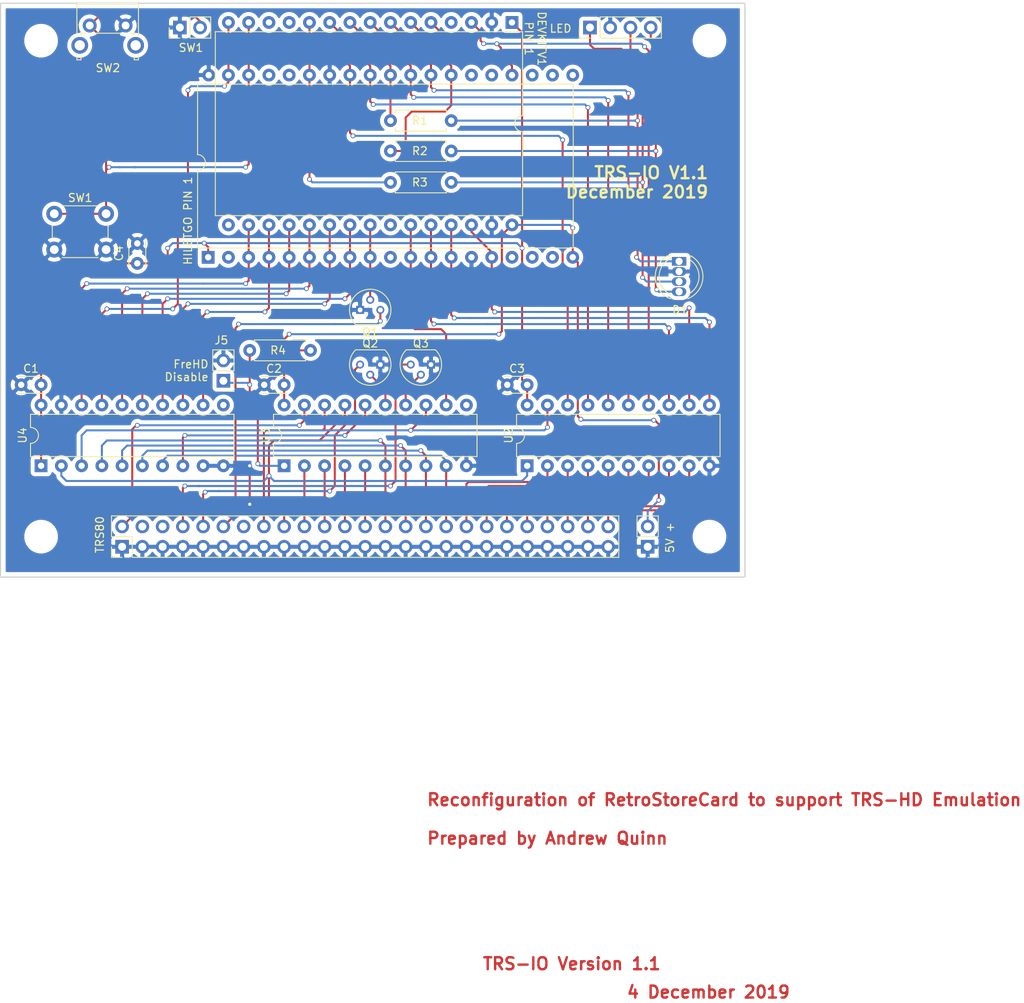
<source format=kicad_pcb>
(kicad_pcb (version 20171130) (host pcbnew "(5.1.5)-3")
  (layers (0 F.Cu signal) (31 B.Cu signal) (34 B.Paste user) (35 F.Paste user) (36 B.SilkS user) (37 F.SilkS user) (38 B.Mask user) (39 F.Mask user) (44 Edge.Cuts user))
  (net 0 "")
  (net 1 +3V3)
  (net 2 GND)
  (net 3 /D0)
  (net 4 /D1)
  (net 5 /D2)
  (net 6 /D3)
  (net 7 /D4)
  (net 8 /D5)
  (net 9 /D6)
  (net 10 /D7)
  (net 11 A0)
  (net 12 A1)
  (net 13 A2)
  (net 14 A3)
  (net 15 /A4)
  (net 16 /A5)
  (net 17 /A6)
  (net 18 /A7)
  (net 19 /IN)
  (net 20 //OUT)
  (net 21 /IOINT)
  (net 22 /IOWAIT)
  (net 23 /EXTIOSEL)
  (net 24 //IORQ)
  (net 25 /ESP32_INT)
  (net 26 /WAIT)
  (net 27 /ESP_EXTIOSEL)
  (net 28 LED_RED)
  (net 29 LED_GREEN)
  (net 30 LED_BLUE)
  (net 31 /ESP32_IN)
  (net 32 ESP32_A2)
  (net 33 ESP32_D3)
  (net 34 ESP32_A3)
  (net 35 ESP32_A0)
  (net 36 ESP32_A1)
  (net 37 ESP32_D4)
  (net 38 ESP32_D5)
  (net 39 /ESP32_WAIT)
  (net 40 ESP32_D2)
  (net 41 ESP32_D6)
  (net 42 ESP32_D0)
  (net 43 ESP32_D7)
  (net 44 ESP32_D1)
  (net 45 /ESP32_SEL)
  (net 46 /ESP_SEL)
  (net 47 /ESP32_P31)
  (net 48 /ESP_P31)
  (net 49 +5V)
  (net 50 BUTTON)
  (net 51 EXT_RED)
  (net 52 EXT_BLUE)
  (net 53 EXT_GREEN)
  (net 54 /XHD)
  (net 55 //M1)
  (net 56 /NC)
  (net 57 //RESET)
  (net 58 "Net-(U3-Pad11)")
  (net 59 "Net-(U4-Pad11)")
  (net 60 "Net-(U1A1-Pad2)")
  (net 61 "Net-(U1A1-Pad20)")
  (net 62 "Net-(U1A1-Pad21)")
  (net 63 "Net-(U1A1-Pad22)")
  (net 64 "Net-(U1A1-Pad24)")
  (net 65 "Net-(U1A1-Pad25)")
  (net 66 "Net-(U1A1-Pad10)")
  (net 67 "Net-(U1A1-Pad16)")
  (net 68 "Net-(U1A1-Pad34)")
  (net 69 "Net-(U1A1-Pad17)")
  (net 70 "Net-(U1A1-Pad35)")
  (net 71 "Net-(U1A1-Pad18)")
  (net 72 "Net-(U1B1-Pad4)")
  (net 73 "Net-(U1B1-Pad16)")
  (net 74 "Net-(U1B1-Pad12)")
  (net 75 "Net-(U1B1-Pad13)")
  (net 76 "Net-(U1B1-Pad24)")
  (module Capacitors_THT:C_Disc_D3.0mm_W2.0mm_P2.50mm (layer F.Cu) (at 130.81 116.84 180)
    (fp_text reference C1 (at 1.27 2.032 180) (layer F.SilkS))
    (fp_text value 0.1 hide)
    (pad 1 thru_hole circle (at 0 0 180) (size 1.6 1.6) (drill 0.8) (layers *.Cu *.Mask) (net 1 +3V3))
    (pad 2 thru_hole circle (at 2.5 0 180) (size 1.6 1.6) (drill 0.8) (layers *.Cu *.Mask) (net 2 GND))
  )
  (module Capacitors_THT:C_Disc_D3.0mm_W2.0mm_P2.50mm (layer F.Cu) (at 161.29 116.84 180)
    (fp_text reference C2 (at 1.27 2.032 180) (layer F.SilkS))
    (fp_text value 0.1 hide)
    (pad 1 thru_hole circle (at 0 0 180) (size 1.6 1.6) (drill 0.8) (layers *.Cu *.Mask) (net 49 +5V))
    (pad 2 thru_hole circle (at 2.5 0 180) (size 1.6 1.6) (drill 0.8) (layers *.Cu *.Mask) (net 2 GND))
  )
  (module Capacitors_THT:C_Disc_D3.0mm_W2.0mm_P2.50mm (layer F.Cu) (at 191.77 116.84 180)
    (fp_text reference C3 (at 1.27 2.032 180) (layer F.SilkS))
    (fp_text value 0.1 hide)
    (pad 1 thru_hole circle (at 0 0 180) (size 1.6 1.6) (drill 0.8) (layers *.Cu *.Mask) (net 1 +3V3))
    (pad 2 thru_hole circle (at 2.5 0 180) (size 1.6 1.6) (drill 0.8) (layers *.Cu *.Mask) (net 2 GND))
  )
  (module Capacitors_THT:C_Disc_D3.0mm_W2.0mm_P2.50mm (layer F.Cu) (at 142.875 101.6 90)
    (fp_text reference C4 (at 1.25 -2.31 90) (layer F.SilkS))
    (fp_text value 0.1)
    (pad 1 thru_hole circle (at 0 0 90) (size 1.6 1.6) (drill 0.8) (layers *.Cu *.Mask) (net 1 +3V3))
    (pad 2 thru_hole circle (at 2.5 0 90) (size 1.6 1.6) (drill 0.8) (layers *.Cu *.Mask) (net 2 GND))
  )
  (module LEDs:LED_D5.0mm-4 (layer F.Cu) (at 210.82 101.346 270)
    (fp_text reference D1 (at 6.096 -0.127) (layer F.SilkS))
    (fp_text value LED_RCBG hide)
    (pad 1 thru_hole rect (at 0 0 270) (size 1.07 1.8) (drill 0.9) (layers *.Cu *.Mask) (net 51 EXT_RED))
    (pad 2 thru_hole oval (at 1.27 0 270) (size 1.07 1.8) (drill 0.9) (layers *.Cu *.Mask) (net 2 GND))
    (pad 3 thru_hole oval (at 2.54 0 270) (size 1.07 1.8) (drill 0.9) (layers *.Cu *.Mask) (net 52 EXT_BLUE))
    (pad 4 thru_hole oval (at 3.81 0 270) (size 1.07 1.8) (drill 0.9) (layers *.Cu *.Mask) (net 53 EXT_GREEN))
  )
  (module TO_SOT_Packages_THT:TO-92_Molded_Narrow (layer F.Cu) (at 170.815 107.442)
    (fp_text reference Q1 (at 1.27 2.794) (layer F.SilkS))
    (fp_text value 2N7000 hide)
    (pad 2 thru_hole circle (at 1.27 -1.27 90) (size 1 1) (drill 0.6) (layers *.Cu *.Mask) (net 25 /ESP32_INT))
    (pad 3 thru_hole circle (at 2.54 0 90) (size 1 1) (drill 0.6) (layers *.Cu *.Mask) (net 21 /IOINT))
    (pad 1 thru_hole rect (at 0 0 90) (size 1 1) (drill 0.6) (layers *.Cu *.Mask) (net 2 GND))
  )
  (module TO_SOT_Packages_THT:TO-92_Molded_Narrow (layer F.Cu) (at 173.355 114.3 180)
    (fp_text reference Q2 (at 1.27 2.667 180) (layer F.SilkS))
    (fp_text value 2N7000 hide)
    (pad 2 thru_hole circle (at 1.27 -1.27 270) (size 1 1) (drill 0.6) (layers *.Cu *.Mask) (net 26 /WAIT))
    (pad 3 thru_hole circle (at 2.54 0 270) (size 1 1) (drill 0.6) (layers *.Cu *.Mask) (net 22 /IOWAIT))
    (pad 1 thru_hole rect (at 0 0 270) (size 1 1) (drill 0.6) (layers *.Cu *.Mask) (net 2 GND))
  )
  (module TO_SOT_Packages_THT:TO-92_Molded_Narrow (layer F.Cu) (at 179.705 114.3 180)
    (fp_text reference Q3 (at 1.27 2.667 180) (layer F.SilkS))
    (fp_text value 2N7000 hide)
    (pad 2 thru_hole circle (at 1.27 -1.27 270) (size 1 1) (drill 0.6) (layers *.Cu *.Mask) (net 27 /ESP_EXTIOSEL))
    (pad 3 thru_hole circle (at 2.54 0 270) (size 1 1) (drill 0.6) (layers *.Cu *.Mask) (net 23 /EXTIOSEL))
    (pad 1 thru_hole rect (at 0 0 270) (size 1 1) (drill 0.6) (layers *.Cu *.Mask) (net 2 GND))
  )
  (module Resistors_THT:R_Axial_DIN0207_L6.3mm_D2.5mm_P7.62mm_Horizontal (layer F.Cu) (at 174.625 83.693)
    (fp_text reference R1 (at 3.683 0) (layer F.SilkS))
    (fp_text value 100 hide)
    (pad 1 thru_hole circle (at 0 0) (size 1.6 1.6) (drill 0.8) (layers *.Cu *.Mask) (net 28 LED_RED))
    (pad 2 thru_hole oval (at 7.62 0) (size 1.6 1.6) (drill 0.8) (layers *.Cu *.Mask) (net 51 EXT_RED))
  )
  (module Resistors_THT:R_Axial_DIN0207_L6.3mm_D2.5mm_P7.62mm_Horizontal (layer F.Cu) (at 174.625 87.503)
    (fp_text reference R2 (at 3.683 0) (layer F.SilkS))
    (fp_text value 100 hide)
    (pad 1 thru_hole circle (at 0 0) (size 1.6 1.6) (drill 0.8) (layers *.Cu *.Mask) (net 29 LED_GREEN))
    (pad 2 thru_hole oval (at 7.62 0) (size 1.6 1.6) (drill 0.8) (layers *.Cu *.Mask) (net 53 EXT_GREEN))
  )
  (module Resistors_THT:R_Axial_DIN0207_L6.3mm_D2.5mm_P7.62mm_Horizontal (layer F.Cu) (at 174.625 91.44)
    (fp_text reference R3 (at 3.683 0) (layer F.SilkS))
    (fp_text value 100 hide)
    (pad 1 thru_hole circle (at 0 0) (size 1.6 1.6) (drill 0.8) (layers *.Cu *.Mask) (net 30 LED_BLUE))
    (pad 2 thru_hole oval (at 7.62 0) (size 1.6 1.6) (drill 0.8) (layers *.Cu *.Mask) (net 52 EXT_BLUE))
  )
  (module Buttons_Switches_THT:SW_PUSH_6mm_h9.5mm (layer F.Cu) (at 132.461 95.377)
    (fp_text reference SW1 (at 3.25 -2) (layer F.SilkS))
    (fp_text value SW_Push hide)
    (pad 2 thru_hole circle (at 0 4.5 90) (size 2 2) (drill 1.1) (layers *.Cu *.Mask) (net 2 GND))
    (pad 1 thru_hole circle (at 0 0 90) (size 2 2) (drill 1.1) (layers *.Cu *.Mask) (net 50 BUTTON))
    (pad 2 thru_hole circle (at 6.5 4.5 90) (size 2 2) (drill 1.1) (layers *.Cu *.Mask) (net 2 GND))
    (pad 1 thru_hole circle (at 6.5 0 90) (size 2 2) (drill 1.1) (layers *.Cu *.Mask) (net 50 BUTTON))
  )
  (module Housings_DIP:DIP-20_W7.62mm (layer F.Cu) (at 191.77 127 90)
    (fp_text reference U2 (at 3.81 -2.33 90) (layer F.SilkS))
    (fp_text value 74LVC245)
    (pad 1 thru_hole rect (at 0 0 90) (size 1.6 1.6) (drill 0.8) (layers *.Cu *.Mask) (net 19 /IN))
    (pad 11 thru_hole oval (at 7.62 22.86 90) (size 1.6 1.6) (drill 0.8) (layers *.Cu *.Mask) (net 42 ESP32_D0))
    (pad 2 thru_hole oval (at 0 2.54 90) (size 1.6 1.6) (drill 0.8) (layers *.Cu *.Mask) (net 10 /D7))
    (pad 12 thru_hole oval (at 7.62 20.32 90) (size 1.6 1.6) (drill 0.8) (layers *.Cu *.Mask) (net 44 ESP32_D1))
    (pad 3 thru_hole oval (at 0 5.08 90) (size 1.6 1.6) (drill 0.8) (layers *.Cu *.Mask) (net 9 /D6))
    (pad 13 thru_hole oval (at 7.62 17.78 90) (size 1.6 1.6) (drill 0.8) (layers *.Cu *.Mask) (net 40 ESP32_D2))
    (pad 4 thru_hole oval (at 0 7.62 90) (size 1.6 1.6) (drill 0.8) (layers *.Cu *.Mask) (net 8 /D5))
    (pad 14 thru_hole oval (at 7.62 15.24 90) (size 1.6 1.6) (drill 0.8) (layers *.Cu *.Mask) (net 33 ESP32_D3))
    (pad 5 thru_hole oval (at 0 10.16 90) (size 1.6 1.6) (drill 0.8) (layers *.Cu *.Mask) (net 7 /D4))
    (pad 15 thru_hole oval (at 7.62 12.7 90) (size 1.6 1.6) (drill 0.8) (layers *.Cu *.Mask) (net 37 ESP32_D4))
    (pad 6 thru_hole oval (at 0 12.7 90) (size 1.6 1.6) (drill 0.8) (layers *.Cu *.Mask) (net 6 /D3))
    (pad 16 thru_hole oval (at 7.62 10.16 90) (size 1.6 1.6) (drill 0.8) (layers *.Cu *.Mask) (net 38 ESP32_D5))
    (pad 7 thru_hole oval (at 0 15.24 90) (size 1.6 1.6) (drill 0.8) (layers *.Cu *.Mask) (net 5 /D2))
    (pad 17 thru_hole oval (at 7.62 7.62 90) (size 1.6 1.6) (drill 0.8) (layers *.Cu *.Mask) (net 41 ESP32_D6))
    (pad 8 thru_hole oval (at 0 17.78 90) (size 1.6 1.6) (drill 0.8) (layers *.Cu *.Mask) (net 4 /D1))
    (pad 18 thru_hole oval (at 7.62 5.08 90) (size 1.6 1.6) (drill 0.8) (layers *.Cu *.Mask) (net 43 ESP32_D7))
    (pad 9 thru_hole oval (at 0 20.32 90) (size 1.6 1.6) (drill 0.8) (layers *.Cu *.Mask) (net 3 /D0))
    (pad 19 thru_hole oval (at 7.62 2.54 90) (size 1.6 1.6) (drill 0.8) (layers *.Cu *.Mask) (net 46 /ESP_SEL))
    (pad 10 thru_hole oval (at 0 22.86 90) (size 1.6 1.6) (drill 0.8) (layers *.Cu *.Mask) (net 2 GND))
    (pad 20 thru_hole oval (at 7.62 0 90) (size 1.6 1.6) (drill 0.8) (layers *.Cu *.Mask) (net 1 +3V3))
  )
  (module Housings_DIP:DIP-20_W7.62mm (layer F.Cu) (at 161.29 127 90)
    (fp_text reference U3 (at 3.81 -2.33 90) (layer F.SilkS))
    (fp_text value GAL16V8 hide)
    (pad 1 thru_hole rect (at 0 0 90) (size 1.6 1.6) (drill 0.8) (layers *.Cu *.Mask) (net 54 /XHD))
    (pad 11 thru_hole oval (at 7.62 22.86 90) (size 1.6 1.6) (drill 0.8) (layers *.Cu *.Mask) (net 58 "Net-(U3-Pad11)"))
    (pad 2 thru_hole oval (at 0 2.54 90) (size 1.6 1.6) (drill 0.8) (layers *.Cu *.Mask) (net 18 /A7))
    (pad 12 thru_hole oval (at 7.62 20.32 90) (size 1.6 1.6) (drill 0.8) (layers *.Cu *.Mask) (net 39 /ESP32_WAIT))
    (pad 3 thru_hole oval (at 0 5.08 90) (size 1.6 1.6) (drill 0.8) (layers *.Cu *.Mask) (net 17 /A6))
    (pad 13 thru_hole oval (at 7.62 17.78 90) (size 1.6 1.6) (drill 0.8) (layers *.Cu *.Mask) (net 46 /ESP_SEL))
    (pad 4 thru_hole oval (at 0 7.62 90) (size 1.6 1.6) (drill 0.8) (layers *.Cu *.Mask) (net 16 /A5))
    (pad 14 thru_hole oval (at 7.62 15.24 90) (size 1.6 1.6) (drill 0.8) (layers *.Cu *.Mask) (net 27 /ESP_EXTIOSEL))
    (pad 5 thru_hole oval (at 0 10.16 90) (size 1.6 1.6) (drill 0.8) (layers *.Cu *.Mask) (net 15 /A4))
    (pad 15 thru_hole oval (at 7.62 12.7 90) (size 1.6 1.6) (drill 0.8) (layers *.Cu *.Mask) (net 26 /WAIT))
    (pad 6 thru_hole oval (at 0 12.7 90) (size 1.6 1.6) (drill 0.8) (layers *.Cu *.Mask) (net 14 A3))
    (pad 16 thru_hole oval (at 7.62 10.16 90) (size 1.6 1.6) (drill 0.8) (layers *.Cu *.Mask) (net 48 /ESP_P31))
    (pad 7 thru_hole oval (at 0 15.24 90) (size 1.6 1.6) (drill 0.8) (layers *.Cu *.Mask) (net 13 A2))
    (pad 17 thru_hole oval (at 7.62 7.62 90) (size 1.6 1.6) (drill 0.8) (layers *.Cu *.Mask) (net 19 /IN))
    (pad 8 thru_hole oval (at 0 17.78 90) (size 1.6 1.6) (drill 0.8) (layers *.Cu *.Mask) (net 12 A1))
    (pad 18 thru_hole oval (at 7.62 5.08 90) (size 1.6 1.6) (drill 0.8) (layers *.Cu *.Mask) (net 20 //OUT))
    (pad 9 thru_hole oval (at 0 20.32 90) (size 1.6 1.6) (drill 0.8) (layers *.Cu *.Mask) (net 11 A0))
    (pad 19 thru_hole oval (at 7.62 2.54 90) (size 1.6 1.6) (drill 0.8) (layers *.Cu *.Mask) (net 24 //IORQ))
    (pad 10 thru_hole oval (at 0 22.86 90) (size 1.6 1.6) (drill 0.8) (layers *.Cu *.Mask) (net 2 GND))
    (pad 20 thru_hole oval (at 7.62 0 90) (size 1.6 1.6) (drill 0.8) (layers *.Cu *.Mask) (net 49 +5V))
  )
  (module Housings_DIP:DIP-20_W7.62mm (layer F.Cu) (at 130.81 127 90)
    (fp_text reference U4 (at 3.81 -2.33 90) (layer F.SilkS))
    (fp_text value 74LVC245 hide)
    (pad 1 thru_hole rect (at 0 0 90) (size 1.6 1.6) (drill 0.8) (layers *.Cu *.Mask) (net 1 +3V3))
    (pad 11 thru_hole oval (at 7.62 22.86 90) (size 1.6 1.6) (drill 0.8) (layers *.Cu *.Mask) (net 59 "Net-(U4-Pad11)"))
    (pad 2 thru_hole oval (at 0 2.54 90) (size 1.6 1.6) (drill 0.8) (layers *.Cu *.Mask) (net 19 /IN))
    (pad 12 thru_hole oval (at 7.62 20.32 90) (size 1.6 1.6) (drill 0.8) (layers *.Cu *.Mask) (net 47 /ESP32_P31))
    (pad 3 thru_hole oval (at 0 5.08 90) (size 1.6 1.6) (drill 0.8) (layers *.Cu *.Mask) (net 46 /ESP_SEL))
    (pad 13 thru_hole oval (at 7.62 17.78 90) (size 1.6 1.6) (drill 0.8) (layers *.Cu *.Mask) (net 35 ESP32_A0))
    (pad 4 thru_hole oval (at 0 7.62 90) (size 1.6 1.6) (drill 0.8) (layers *.Cu *.Mask) (net 14 A3))
    (pad 14 thru_hole oval (at 7.62 15.24 90) (size 1.6 1.6) (drill 0.8) (layers *.Cu *.Mask) (net 36 ESP32_A1))
    (pad 5 thru_hole oval (at 0 10.16 90) (size 1.6 1.6) (drill 0.8) (layers *.Cu *.Mask) (net 13 A2))
    (pad 15 thru_hole oval (at 7.62 12.7 90) (size 1.6 1.6) (drill 0.8) (layers *.Cu *.Mask) (net 32 ESP32_A2))
    (pad 6 thru_hole oval (at 0 12.7 90) (size 1.6 1.6) (drill 0.8) (layers *.Cu *.Mask) (net 12 A1))
    (pad 16 thru_hole oval (at 7.62 10.16 90) (size 1.6 1.6) (drill 0.8) (layers *.Cu *.Mask) (net 34 ESP32_A3))
    (pad 7 thru_hole oval (at 0 15.24 90) (size 1.6 1.6) (drill 0.8) (layers *.Cu *.Mask) (net 11 A0))
    (pad 17 thru_hole oval (at 7.62 7.62 90) (size 1.6 1.6) (drill 0.8) (layers *.Cu *.Mask) (net 45 /ESP32_SEL))
    (pad 8 thru_hole oval (at 0 17.78 90) (size 1.6 1.6) (drill 0.8) (layers *.Cu *.Mask) (net 48 /ESP_P31))
    (pad 18 thru_hole oval (at 7.62 5.08 90) (size 1.6 1.6) (drill 0.8) (layers *.Cu *.Mask) (net 31 /ESP32_IN))
    (pad 9 thru_hole oval (at 0 20.32 90) (size 1.6 1.6) (drill 0.8) (layers *.Cu *.Mask) (net 2 GND))
    (pad 19 thru_hole oval (at 7.62 2.54 90) (size 1.6 1.6) (drill 0.8) (layers *.Cu *.Mask) (net 2 GND))
    (pad 10 thru_hole oval (at 0 22.86 90) (size 1.6 1.6) (drill 0.8) (layers *.Cu *.Mask) (net 2 GND))
    (pad 20 thru_hole oval (at 7.62 0 90) (size 1.6 1.6) (drill 0.8) (layers *.Cu *.Mask) (net 1 +3V3))
  )
  (module TRSIO:Pin_Header_Straight_2x25_Pitch2.54mm (layer F.Cu) (at 140.97 137.16 90)
    (fp_text reference J1 hide)
    (fp_text value "TRS80 " hide)
    (pad 50 thru_hole rect (at 0 0 90) (size 1.7 1.7) (drill 1) (layers *.Cu *.Mask) (net 2 GND))
    (pad 49 thru_hole oval (at 2.54 0 90) (size 1.7 1.7) (drill 1) (layers *.Cu *.Mask) (net 24 //IORQ))
    (pad 48 thru_hole oval (at 0 2.54 90) (size 1.7 1.7) (drill 1) (layers *.Cu *.Mask) (net 2 GND))
    (pad 47 thru_hole oval (at 2.54 2.54 90) (size 1.7 1.7) (drill 1) (layers *.Cu *.Mask) (net 55 //M1))
    (pad 46 thru_hole oval (at 0 5.08 90) (size 1.7 1.7) (drill 1) (layers *.Cu *.Mask) (net 2 GND))
    (pad 45 thru_hole oval (at 2.54 5.08 90) (size 1.7 1.7) (drill 1) (layers *.Cu *.Mask) (net 56 /NC))
    (pad 44 thru_hole oval (at 0 7.62 90) (size 1.7 1.7) (drill 1) (layers *.Cu *.Mask) (net 2 GND))
    (pad 43 thru_hole oval (at 2.54 7.62 90) (size 1.7 1.7) (drill 1) (layers *.Cu *.Mask) (net 23 /EXTIOSEL))
    (pad 42 thru_hole oval (at 0 10.16 90) (size 1.7 1.7) (drill 1) (layers *.Cu *.Mask) (net 2 GND))
    (pad 41 thru_hole oval (at 2.54 10.16 90) (size 1.7 1.7) (drill 1) (layers *.Cu *.Mask) (net 22 /IOWAIT))
    (pad 40 thru_hole oval (at 0 12.7 90) (size 1.7 1.7) (drill 1) (layers *.Cu *.Mask) (net 2 GND))
    (pad 39 thru_hole oval (at 2.54 12.7 90) (size 1.7 1.7) (drill 1) (layers *.Cu *.Mask) (net 21 /IOINT))
    (pad 38 thru_hole oval (at 0 15.24 90) (size 1.7 1.7) (drill 1) (layers *.Cu *.Mask) (net 2 GND))
    (pad 37 thru_hole oval (at 2.54 15.24 90) (size 1.7 1.7) (drill 1) (layers *.Cu *.Mask) (net 57 //RESET))
    (pad 36 thru_hole oval (at 0 17.78 90) (size 1.7 1.7) (drill 1) (layers *.Cu *.Mask) (net 2 GND))
    (pad 35 thru_hole oval (at 2.54 17.78 90) (size 1.7 1.7) (drill 1) (layers *.Cu *.Mask) (net 20 //OUT))
    (pad 34 thru_hole oval (at 0 20.32 90) (size 1.7 1.7) (drill 1) (layers *.Cu *.Mask) (net 2 GND))
    (pad 33 thru_hole oval (at 2.54 20.32 90) (size 1.7 1.7) (drill 1) (layers *.Cu *.Mask) (net 19 /IN))
    (pad 32 thru_hole oval (at 0 22.86 90) (size 1.7 1.7) (drill 1) (layers *.Cu *.Mask) (net 2 GND))
    (pad 31 thru_hole oval (at 2.54 22.86 90) (size 1.7 1.7) (drill 1) (layers *.Cu *.Mask) (net 18 /A7))
    (pad 30 thru_hole oval (at 0 25.4 90) (size 1.7 1.7) (drill 1) (layers *.Cu *.Mask) (net 2 GND))
    (pad 29 thru_hole oval (at 2.54 25.4 90) (size 1.7 1.7) (drill 1) (layers *.Cu *.Mask) (net 17 /A6))
    (pad 28 thru_hole oval (at 0 27.94 90) (size 1.7 1.7) (drill 1) (layers *.Cu *.Mask) (net 2 GND))
    (pad 27 thru_hole oval (at 2.54 27.94 90) (size 1.7 1.7) (drill 1) (layers *.Cu *.Mask) (net 16 /A5))
    (pad 26 thru_hole oval (at 0 30.48 90) (size 1.7 1.7) (drill 1) (layers *.Cu *.Mask) (net 2 GND))
    (pad 25 thru_hole oval (at 2.54 30.48 90) (size 1.7 1.7) (drill 1) (layers *.Cu *.Mask) (net 15 /A4))
    (pad 24 thru_hole oval (at 0 33.02 90) (size 1.7 1.7) (drill 1) (layers *.Cu *.Mask) (net 2 GND))
    (pad 23 thru_hole oval (at 2.54 33.02 90) (size 1.7 1.7) (drill 1) (layers *.Cu *.Mask) (net 14 A3))
    (pad 22 thru_hole oval (at 0 35.56 90) (size 1.7 1.7) (drill 1) (layers *.Cu *.Mask) (net 2 GND))
    (pad 21 thru_hole oval (at 2.54 35.56 90) (size 1.7 1.7) (drill 1) (layers *.Cu *.Mask) (net 13 A2))
    (pad 20 thru_hole oval (at 0 38.1 90) (size 1.7 1.7) (drill 1) (layers *.Cu *.Mask) (net 2 GND))
    (pad 19 thru_hole oval (at 2.54 38.1 90) (size 1.7 1.7) (drill 1) (layers *.Cu *.Mask) (net 12 A1))
    (pad 18 thru_hole oval (at 0 40.64 90) (size 1.7 1.7) (drill 1) (layers *.Cu *.Mask) (net 2 GND))
    (pad 17 thru_hole oval (at 2.54 40.64 90) (size 1.7 1.7) (drill 1) (layers *.Cu *.Mask) (net 11 A0))
    (pad 16 thru_hole oval (at 0 43.18 90) (size 1.7 1.7) (drill 1) (layers *.Cu *.Mask) (net 2 GND))
    (pad 15 thru_hole oval (at 2.54 43.18 90) (size 1.7 1.7) (drill 1) (layers *.Cu *.Mask) (net 10 /D7))
    (pad 14 thru_hole oval (at 0 45.72 90) (size 1.7 1.7) (drill 1) (layers *.Cu *.Mask) (net 2 GND))
    (pad 13 thru_hole oval (at 2.54 45.72 90) (size 1.7 1.7) (drill 1) (layers *.Cu *.Mask) (net 9 /D6))
    (pad 12 thru_hole oval (at 0 48.26 90) (size 1.7 1.7) (drill 1) (layers *.Cu *.Mask) (net 2 GND))
    (pad 11 thru_hole oval (at 2.54 48.26 90) (size 1.7 1.7) (drill 1) (layers *.Cu *.Mask) (net 8 /D5))
    (pad 10 thru_hole oval (at 0 50.8 90) (size 1.7 1.7) (drill 1) (layers *.Cu *.Mask) (net 2 GND))
    (pad 9 thru_hole oval (at 2.54 50.8 90) (size 1.7 1.7) (drill 1) (layers *.Cu *.Mask) (net 7 /D4))
    (pad 8 thru_hole oval (at 0 53.34 90) (size 1.7 1.7) (drill 1) (layers *.Cu *.Mask) (net 2 GND))
    (pad 7 thru_hole oval (at 2.54 53.34 90) (size 1.7 1.7) (drill 1) (layers *.Cu *.Mask) (net 6 /D3))
    (pad 6 thru_hole oval (at 0 55.88 90) (size 1.7 1.7) (drill 1) (layers *.Cu *.Mask) (net 2 GND))
    (pad 5 thru_hole oval (at 2.54 55.88 90) (size 1.7 1.7) (drill 1) (layers *.Cu *.Mask) (net 5 /D2))
    (pad 4 thru_hole oval (at 0 58.42 90) (size 1.7 1.7) (drill 1) (layers *.Cu *.Mask) (net 2 GND))
    (pad 3 thru_hole oval (at 2.54 58.42 90) (size 1.7 1.7) (drill 1) (layers *.Cu *.Mask) (net 4 /D1))
    (pad 2 thru_hole oval (at 0 60.96 90) (size 1.7 1.7) (drill 1) (layers *.Cu *.Mask) (net 2 GND))
    (pad 1 thru_hole oval (at 2.54 60.96 90) (size 1.7 1.7) (drill 1) (layers *.Cu *.Mask) (net 3 /D0))
  )
  (module TRSIO:DIP-30_W25.4mm (layer F.Cu) (at 189.865 71.374 270)
    (fp_text reference U1B1 hide)
    (fp_text value ESP32_AliExpress hide)
    (pad 1 thru_hole rect (at 0 0 270) (size 1.6 1.6) (drill 0.8) (layers *.Cu *.Mask) (net 1 +3V3))
    (pad 2 thru_hole oval (at 0 2.54 270) (size 1.6 1.6) (drill 0.8) (layers *.Cu *.Mask) (net 2 GND))
    (pad 3 thru_hole oval (at 0 5.08 270) (size 1.6 1.6) (drill 0.8) (layers *.Cu *.Mask) (net 33 ESP32_D3))
    (pad 4 thru_hole oval (at 0 7.62 270) (size 1.6 1.6) (drill 0.8) (layers *.Cu *.Mask) (net 72 "Net-(U1B1-Pad4)"))
    (pad 5 thru_hole oval (at 0 10.16 270) (size 1.6 1.6) (drill 0.8) (layers *.Cu *.Mask) (net 29 LED_GREEN))
    (pad 6 thru_hole oval (at 0 12.7 270) (size 1.6 1.6) (drill 0.8) (layers *.Cu *.Mask) (net 37 ESP32_D4))
    (pad 16 thru_hole oval (at 25.4 35.56 270) (size 1.6 1.6) (drill 0.8) (layers *.Cu *.Mask) (net 73 "Net-(U1B1-Pad16)"))
    (pad 7 thru_hole oval (at 0 15.24 270) (size 1.6 1.6) (drill 0.8) (layers *.Cu *.Mask) (net 38 ESP32_D5))
    (pad 17 thru_hole oval (at 25.4 33.02 270) (size 1.6 1.6) (drill 0.8) (layers *.Cu *.Mask) (net 31 /ESP32_IN))
    (pad 8 thru_hole oval (at 0 17.78 270) (size 1.6 1.6) (drill 0.8) (layers *.Cu *.Mask) (net 28 LED_RED))
    (pad 18 thru_hole oval (at 25.4 30.48 270) (size 1.6 1.6) (drill 0.8) (layers *.Cu *.Mask) (net 47 /ESP32_P31))
    (pad 9 thru_hole oval (at 0 20.32 270) (size 1.6 1.6) (drill 0.8) (layers *.Cu *.Mask) (net 41 ESP32_D6))
    (pad 19 thru_hole oval (at 25.4 27.94 270) (size 1.6 1.6) (drill 0.8) (layers *.Cu *.Mask) (net 32 ESP32_A2))
    (pad 10 thru_hole oval (at 0 22.86 270) (size 1.6 1.6) (drill 0.8) (layers *.Cu *.Mask) (net 43 ESP32_D7))
    (pad 20 thru_hole oval (at 25.4 25.4 270) (size 1.6 1.6) (drill 0.8) (layers *.Cu *.Mask) (net 34 ESP32_A3))
    (pad 11 thru_hole oval (at 0 25.4 270) (size 1.6 1.6) (drill 0.8) (layers *.Cu *.Mask) (net 30 LED_BLUE))
    (pad 21 thru_hole oval (at 25.4 22.86 270) (size 1.6 1.6) (drill 0.8) (layers *.Cu *.Mask) (net 35 ESP32_A0))
    (pad 12 thru_hole oval (at 0 27.94 270) (size 1.6 1.6) (drill 0.8) (layers *.Cu *.Mask) (net 74 "Net-(U1B1-Pad12)"))
    (pad 22 thru_hole oval (at 25.4 20.32 270) (size 1.6 1.6) (drill 0.8) (layers *.Cu *.Mask) (net 36 ESP32_A1))
    (pad 13 thru_hole oval (at 0 30.48 270) (size 1.6 1.6) (drill 0.8) (layers *.Cu *.Mask) (net 75 "Net-(U1B1-Pad13)"))
    (pad 23 thru_hole oval (at 25.4 17.78 270) (size 1.6 1.6) (drill 0.8) (layers *.Cu *.Mask) (net 25 /ESP32_INT))
    (pad 14 thru_hole oval (at 0 33.02 270) (size 1.6 1.6) (drill 0.8) (layers *.Cu *.Mask) (net 50 BUTTON))
    (pad 24 thru_hole oval (at 25.4 15.24 270) (size 1.6 1.6) (drill 0.8) (layers *.Cu *.Mask) (net 76 "Net-(U1B1-Pad24)"))
    (pad 15 thru_hole oval (at 0 35.56 270) (size 1.6 1.6) (drill 0.8) (layers *.Cu *.Mask) (net 45 /ESP32_SEL))
    (pad 25 thru_hole oval (at 25.4 12.7 270) (size 1.6 1.6) (drill 0.8) (layers *.Cu *.Mask) (net 39 /ESP32_WAIT))
    (pad 26 thru_hole oval (at 25.4 10.16 270) (size 1.6 1.6) (drill 0.8) (layers *.Cu *.Mask) (net 40 ESP32_D2))
    (pad 27 thru_hole oval (at 25.4 7.62 270) (size 1.6 1.6) (drill 0.8) (layers *.Cu *.Mask) (net 42 ESP32_D0))
    (pad 28 thru_hole oval (at 25.4 5.08 270) (size 1.6 1.6) (drill 0.8) (layers *.Cu *.Mask) (net 44 ESP32_D1))
    (pad 29 thru_hole oval (at 25.4 2.54 270) (size 1.6 1.6) (drill 0.8) (layers *.Cu *.Mask) (net 2 GND))
    (pad 30 thru_hole oval (at 25.4 0 270) (size 1.6 1.6) (drill 0.8) (layers *.Cu *.Mask) (net 49 +5V))
  )
  (module TRSIO:DIP-38_W22.9mm (layer F.Cu) (at 151.765 100.838 90)
    (fp_text reference U1A1 hide)
    (fp_text value ESP32S hide)
    (pad 1 thru_hole rect (at 0 0 90) (size 1.6 1.6) (drill 0.8) (layers *.Cu *.Mask) (net 1 +3V3))
    (pad 2 thru_hole oval (at 0 2.54 90) (size 1.6 1.6) (drill 0.8) (layers *.Cu *.Mask) (net 60 "Net-(U1A1-Pad2)"))
    (pad 20 thru_hole oval (at 22.86 45.72 90) (size 1.6 1.6) (drill 0.8) (layers *.Cu *.Mask) (net 61 "Net-(U1A1-Pad20)"))
    (pad 3 thru_hole oval (at 0 5.08 90) (size 1.6 1.6) (drill 0.8) (layers *.Cu *.Mask) (net 31 /ESP32_IN))
    (pad 21 thru_hole oval (at 22.86 43.18 90) (size 1.6 1.6) (drill 0.8) (layers *.Cu *.Mask) (net 62 "Net-(U1A1-Pad21)"))
    (pad 4 thru_hole oval (at 0 7.62 90) (size 1.6 1.6) (drill 0.8) (layers *.Cu *.Mask) (net 47 /ESP32_P31))
    (pad 22 thru_hole oval (at 22.86 40.64 90) (size 1.6 1.6) (drill 0.8) (layers *.Cu *.Mask) (net 63 "Net-(U1A1-Pad22)"))
    (pad 5 thru_hole oval (at 0 10.16 90) (size 1.6 1.6) (drill 0.8) (layers *.Cu *.Mask) (net 32 ESP32_A2))
    (pad 23 thru_hole oval (at 22.86 38.1 90) (size 1.6 1.6) (drill 0.8) (layers *.Cu *.Mask) (net 33 ESP32_D3))
    (pad 6 thru_hole oval (at 0 12.7 90) (size 1.6 1.6) (drill 0.8) (layers *.Cu *.Mask) (net 34 ESP32_A3))
    (pad 24 thru_hole oval (at 22.86 35.56 90) (size 1.6 1.6) (drill 0.8) (layers *.Cu *.Mask) (net 64 "Net-(U1A1-Pad24)"))
    (pad 7 thru_hole oval (at 0 15.24 90) (size 1.6 1.6) (drill 0.8) (layers *.Cu *.Mask) (net 35 ESP32_A0))
    (pad 25 thru_hole oval (at 22.86 33.02 90) (size 1.6 1.6) (drill 0.8) (layers *.Cu *.Mask) (net 65 "Net-(U1A1-Pad25)"))
    (pad 8 thru_hole oval (at 0 17.78 90) (size 1.6 1.6) (drill 0.8) (layers *.Cu *.Mask) (net 36 ESP32_A1))
    (pad 26 thru_hole oval (at 22.86 30.48 90) (size 1.6 1.6) (drill 0.8) (layers *.Cu *.Mask) (net 29 LED_GREEN))
    (pad 9 thru_hole oval (at 0 20.32 90) (size 1.6 1.6) (drill 0.8) (layers *.Cu *.Mask) (net 25 /ESP32_INT))
    (pad 27 thru_hole oval (at 22.86 27.94 90) (size 1.6 1.6) (drill 0.8) (layers *.Cu *.Mask) (net 37 ESP32_D4))
    (pad 10 thru_hole oval (at 0 22.86 90) (size 1.6 1.6) (drill 0.8) (layers *.Cu *.Mask) (net 66 "Net-(U1A1-Pad10)"))
    (pad 28 thru_hole oval (at 22.86 25.4 90) (size 1.6 1.6) (drill 0.8) (layers *.Cu *.Mask) (net 38 ESP32_D5))
    (pad 11 thru_hole oval (at 0 25.4 90) (size 1.6 1.6) (drill 0.8) (layers *.Cu *.Mask) (net 39 /ESP32_WAIT))
    (pad 29 thru_hole oval (at 22.86 22.86 90) (size 1.6 1.6) (drill 0.8) (layers *.Cu *.Mask) (net 28 LED_RED))
    (pad 12 thru_hole oval (at 0 27.94 90) (size 1.6 1.6) (drill 0.8) (layers *.Cu *.Mask) (net 40 ESP32_D2))
    (pad 30 thru_hole oval (at 22.86 20.32 90) (size 1.6 1.6) (drill 0.8) (layers *.Cu *.Mask) (net 41 ESP32_D6))
    (pad 13 thru_hole oval (at 0 30.48 90) (size 1.6 1.6) (drill 0.8) (layers *.Cu *.Mask) (net 42 ESP32_D0))
    (pad 31 thru_hole oval (at 22.86 17.78 90) (size 1.6 1.6) (drill 0.8) (layers *.Cu *.Mask) (net 43 ESP32_D7))
    (pad 14 thru_hole oval (at 0 33.02 90) (size 1.6 1.6) (drill 0.8) (layers *.Cu *.Mask) (net 2 GND))
    (pad 32 thru_hole oval (at 22.86 15.24 90) (size 1.6 1.6) (drill 0.8) (layers *.Cu *.Mask) (net 2 GND))
    (pad 15 thru_hole oval (at 0 35.56 90) (size 1.6 1.6) (drill 0.8) (layers *.Cu *.Mask) (net 44 ESP32_D1))
    (pad 33 thru_hole oval (at 22.86 12.7 90) (size 1.6 1.6) (drill 0.8) (layers *.Cu *.Mask) (net 30 LED_BLUE))
    (pad 16 thru_hole oval (at 0 38.1 90) (size 1.6 1.6) (drill 0.8) (layers *.Cu *.Mask) (net 67 "Net-(U1A1-Pad16)"))
    (pad 34 thru_hole oval (at 22.86 10.16 90) (size 1.6 1.6) (drill 0.8) (layers *.Cu *.Mask) (net 68 "Net-(U1A1-Pad34)"))
    (pad 17 thru_hole oval (at 0 40.64 90) (size 1.6 1.6) (drill 0.8) (layers *.Cu *.Mask) (net 69 "Net-(U1A1-Pad17)"))
    (pad 35 thru_hole oval (at 22.86 7.62 90) (size 1.6 1.6) (drill 0.8) (layers *.Cu *.Mask) (net 70 "Net-(U1A1-Pad35)"))
    (pad 18 thru_hole oval (at 0 43.18 90) (size 1.6 1.6) (drill 0.8) (layers *.Cu *.Mask) (net 71 "Net-(U1A1-Pad18)"))
    (pad 36 thru_hole oval (at 22.86 5.08 90) (size 1.6 1.6) (drill 0.8) (layers *.Cu *.Mask) (net 50 BUTTON))
    (pad 19 thru_hole oval (at 0 45.72 90) (size 1.6 1.6) (drill 0.8) (layers *.Cu *.Mask) (net 49 +5V))
    (pad 37 thru_hole oval (at 22.86 2.54 90) (size 1.6 1.6) (drill 0.8) (layers *.Cu *.Mask) (net 45 /ESP32_SEL))
    (pad 38 thru_hole oval (at 22.86 0.0635 90) (size 1.6 1.6) (drill 0.8) (layers *.Cu *.Mask) (net 2 GND))
  )
  (module Pin_Headers:Pin_Header_Straight_1x02_Pitch2.54mm (layer F.Cu) (at 206.883 137.16 180)
    (fp_text reference J2 hide)
    (fp_text value +5V hide)
    (pad 1 thru_hole rect (at 0 0 180) (size 1.7 1.7) (drill 1) (layers *.Cu *.Mask) (net 2 GND))
    (pad 2 thru_hole oval (at 0 2.54 180) (size 1.7 1.7) (drill 1) (layers *.Cu *.Mask) (net 49 +5V))
  )
  (module Pin_Headers:Pin_Header_Straight_1x02_Pitch2.54mm (layer F.Cu) (at 148.209 72.009 90)
    (fp_text reference J3 hide)
    (fp_text value BUTTON hide)
    (pad 1 thru_hole rect (at 0 0 90) (size 1.7 1.7) (drill 1) (layers *.Cu *.Mask) (net 2 GND))
    (pad 2 thru_hole oval (at 0 2.54 90) (size 1.7 1.7) (drill 1) (layers *.Cu *.Mask) (net 50 BUTTON))
  )
  (module Pin_Headers:Pin_Header_Straight_1x04_Pitch2.54mm (layer F.Cu) (at 199.644 72.009 90)
    (fp_text reference J4 hide)
    (fp_text value LED hide)
    (pad 1 thru_hole rect (at 0 0 90) (size 1.7 1.7) (drill 1) (layers *.Cu *.Mask) (net 51 EXT_RED))
    (pad 2 thru_hole oval (at 0 2.54 90) (size 1.7 1.7) (drill 1) (layers *.Cu *.Mask) (net 2 GND))
    (pad 3 thru_hole oval (at 0 5.08 90) (size 1.7 1.7) (drill 1) (layers *.Cu *.Mask) (net 52 EXT_BLUE))
    (pad 4 thru_hole oval (at 0 7.62 90) (size 1.7 1.7) (drill 1) (layers *.Cu *.Mask) (net 53 EXT_GREEN))
  )
  (module Mounting_Holes:MountingHole_3.2mm_M3_DIN965 (layer F.Cu) (at 214.63 73.66)
    (fp_text reference REF** hide)
    (fp_text value MountingHole_3.2mm_M3_DIN965 hide)
    (pad 1 np_thru_hole circle (at 0 0) (size 3.2 3.2) (drill 3.2) (layers *.Cu *.Mask))
  )
  (module Mounting_Holes:MountingHole_3.2mm_M3_DIN965 (layer F.Cu) (at 214.63 135.89)
    (fp_text reference REF** hide)
    (fp_text value MountingHole_3.2mm_M3_DIN965 hide)
    (pad 1 np_thru_hole circle (at 0 0) (size 3.2 3.2) (drill 3.2) (layers *.Cu *.Mask))
  )
  (module Mounting_Holes:MountingHole_3.2mm_M3_DIN965 (layer F.Cu) (at 130.81 135.89)
    (fp_text reference REF** hide)
    (fp_text value MountingHole_3.2mm_M3_DIN965 hide)
    (pad 1 np_thru_hole circle (at 0 0) (size 3.2 3.2) (drill 3.2) (layers *.Cu *.Mask))
  )
  (module Mounting_Holes:MountingHole_3.2mm_M3_DIN965 (layer F.Cu) (at 130.81 73.66)
    (fp_text reference REF** hide)
    (fp_text value MountingHole_3.2mm_M3_DIN965 hide)
    (pad 1 np_thru_hole circle (at 0 0) (size 3.2 3.2) (drill 3.2) (layers *.Cu *.Mask))
  )
  (module Buttons_Switches_THT:SW_Tactile_SPST_Angled_PTS645Vx31-2LFS (layer F.Cu) (at 136.906 71.755)
    (fp_text reference SW2 (at 2.286 5.334) (layer F.SilkS))
    (fp_text value "Right Angle" hide)
    (pad "" thru_hole circle (at 5.76 2.49) (size 2.1 2.1) (drill 1.3) (layers *.Cu *.Mask))
    (pad 2 thru_hole circle (at 4.5 0) (size 1.75 1.75) (drill 0.99) (layers *.Cu *.Mask) (net 2 GND))
    (pad 1 thru_hole circle (at 0 0) (size 1.75 1.75) (drill 0.99) (layers *.Cu *.Mask) (net 50 BUTTON))
    (pad "" thru_hole circle (at -1.25 2.49) (size 2.1 2.1) (drill 1.3) (layers *.Cu *.Mask))
  )
  (module Pin_Headers:Pin_Header_Straight_1x02_Pitch2.54mm (layer F.Cu) (at 153.67 116.332 180)
    (fp_text reference J5 (at 0.254 5.08 180) (layer F.SilkS))
    (fp_text value "FreHD Disable" hide)
    (pad 1 thru_hole rect (at 0 0 180) (size 1.7 1.7) (drill 1) (layers *.Cu *.Mask) (net 54 /XHD))
    (pad 2 thru_hole oval (at 0 2.54 180) (size 1.7 1.7) (drill 1) (layers *.Cu *.Mask) (net 2 GND))
  )
  (module Resistors_THT:R_Axial_DIN0207_L6.3mm_D2.5mm_P7.62mm_Horizontal (layer F.Cu) (at 164.592 112.522 180)
    (fp_text reference R4 (at 4.064 0 180) (layer F.SilkS))
    (fp_text value 4K7 hide)
    (pad 1 thru_hole circle (at 0 0 180) (size 1.6 1.6) (drill 0.8) (layers *.Cu *.Mask) (net 49 +5V))
    (pad 2 thru_hole oval (at 7.62 0 180) (size 1.6 1.6) (drill 0.8) (layers *.Cu *.Mask) (net 54 /XHD))
  )
  (gr_text "FreHD\nDisable" (at 151.892 115.062) (layer F.SilkS) (effects (font (size 1 1)) (justify right)))
  (gr_text "Reconfiguration of RetroStoreCard to support TRS-HD Emulation\n\nPrepared by Andrew Quinn" (at 179.07 171.323) (layer F.Cu) (effects (font (size 1.5 1.5) (thickness 0.3)) (justify left)))
  (gr_text "4 December 2019" (at 214.503 193.04) (layer F.Cu) (effects (font (size 1.5 1.5) (thickness 0.3))))
  (gr_text "TRS-IO Version 1.1" (at 197.358 189.484) (layer F.Cu) (effects (font (size 1.5 1.5) (thickness 0.3))))
  (gr_text "TRS-IO V1.1\nDecember 2019" (at 214.63 91.44) (layer F.SilkS) (effects (font (size 1.5 1.5) (thickness 0.3)) (justify right)))
  (gr_text "DEVKITV1\nPIN 1" (at 192.786 73.406 270) (layer F.SilkS) (effects (font (size 1 1))))
  (gr_text "HILETGO PIN 1" (at 149.225 96.266 90) (layer F.SilkS) (effects (font (size 1 1))))
  (gr_text "5V +" (at 209.677 136.017 90) (layer F.SilkS) (effects (font (size 1 1))))
  (gr_text TRS80 (at 138.176 135.636 90) (layer F.SilkS) (effects (font (size 1 1))))
  (gr_text LED (at 195.961 72.136) (layer F.SilkS) (effects (font (size 1 1))))
  (gr_text SW1 (at 149.606 74.549) (layer F.SilkS) (effects (font (size 1 1))))
  (gr_line (start 219.075 68.961) (end 125.73 68.961) (angle 90) (layer Edge.Cuts) (width 0.15))
  (gr_line (start 219.075 140.97) (end 219.075 68.961) (angle 90) (layer Edge.Cuts) (width 0.15))
  (gr_line (start 125.73 140.97) (end 219.075 140.97) (angle 90) (layer Edge.Cuts) (width 0.15))
  (gr_line (start 125.73 68.961) (end 125.73 140.97) (angle 90) (layer Edge.Cuts) (width 0.15))
  (segment (start 191.135 99.695) (end 191.135 72.644) (width 0.25) (layer F.Cu) (net 1))
  (segment (start 191.135 72.644) (end 189.865 71.374) (width 0.25) (layer F.Cu) (net 1))
  (segment (start 191.135 109.22) (end 191.135 116.205) (width 0.25) (layer F.Cu) (net 1))
  (segment (start 151.257 99.06) (end 190.5 99.06) (width 0.25) (layer B.Cu) (net 1))
  (segment (start 190.5 99.06) (end 191.135 99.695) (width 0.25) (layer B.Cu) (net 1))
  (via (at 191.135 99.695) (size 0.6) (drill 0.4) (layers F.Cu B.Cu) (net 1))
  (segment (start 191.135 99.695) (end 191.135 109.22) (width 0.25) (layer F.Cu) (net 1))
  (segment (start 191.135 116.205) (end 191.77 116.84) (width 0.25) (layer F.Cu) (net 1))
  (segment (start 151.765 100.838) (end 151.765 99.568) (width 0.25) (layer F.Cu) (net 1))
  (via (at 151.257 99.06) (size 0.6) (drill 0.4) (layers F.Cu B.Cu) (net 1))
  (segment (start 151.765 99.568) (end 151.257 99.06) (width 0.25) (layer F.Cu) (net 1))
  (segment (start 146.685 101.6) (end 146.685 99.695) (width 0.25) (layer F.Cu) (net 1))
  (segment (start 147.32 99.06) (end 151.257 99.06) (width 0.25) (layer B.Cu) (net 1))
  (segment (start 146.685 99.695) (end 147.32 99.06) (width 0.25) (layer B.Cu) (net 1))
  (via (at 146.685 99.695) (size 0.6) (drill 0.4) (layers F.Cu B.Cu) (net 1))
  (segment (start 142.875 101.6) (end 131.445 101.6) (width 0.25) (layer F.Cu) (net 1))
  (segment (start 130.81 102.235) (end 130.81 116.84) (width 0.25) (layer F.Cu) (net 1))
  (segment (start 131.445 101.6) (end 130.81 102.235) (width 0.25) (layer F.Cu) (net 1))
  (segment (start 130.81 116.84) (end 130.81 119.38) (width 0.25) (layer F.Cu) (net 1))
  (segment (start 130.81 119.38) (end 130.81 127) (width 0.25) (layer F.Cu) (net 1))
  (segment (start 191.77 116.84) (end 191.77 119.38) (width 0.25) (layer F.Cu) (net 1))
  (segment (start 146.685 101.6) (end 142.875 101.6) (width 0.25) (layer F.Cu) (net 1))
  (segment (start 153.67 127) (end 156.972 127) (width 0.25) (layer B.Cu) (net 2))
  (via (at 156.972 131.826) (size 0.6) (drill 0.4) (layers F.Cu B.Cu) (net 2))
  (segment (start 156.972 127) (end 156.972 131.826) (width 0.25) (layer F.Cu) (net 2))
  (via (at 156.972 127) (size 0.6) (drill 0.4) (layers F.Cu B.Cu) (net 2))
  (segment (start 201.93 134.62) (end 201.93 132.784002) (width 0.25) (layer F.Cu) (net 3))
  (segment (start 212.09 132.334) (end 212.09 127) (width 0.25) (layer F.Cu) (net 3))
  (segment (start 211.836 132.588) (end 212.09 132.334) (width 0.25) (layer F.Cu) (net 3))
  (segment (start 202.126002 132.588) (end 211.836 132.588) (width 0.25) (layer F.Cu) (net 3))
  (segment (start 201.93 132.784002) (end 202.126002 132.588) (width 0.25) (layer F.Cu) (net 3))
  (segment (start 199.39 134.62) (end 199.39 132.276002) (width 0.25) (layer F.Cu) (net 4))
  (segment (start 209.55 131.826) (end 209.55 127) (width 0.25) (layer F.Cu) (net 4))
  (segment (start 209.296 132.08) (end 209.55 131.826) (width 0.25) (layer F.Cu) (net 4))
  (segment (start 199.586002 132.08) (end 209.296 132.08) (width 0.25) (layer F.Cu) (net 4))
  (segment (start 199.39 132.276002) (end 199.586002 132.08) (width 0.25) (layer F.Cu) (net 4))
  (segment (start 196.85 134.62) (end 196.85 131.768002) (width 0.25) (layer F.Cu) (net 5))
  (segment (start 207.01 131.318) (end 207.01 127) (width 0.25) (layer F.Cu) (net 5))
  (segment (start 206.756 131.572) (end 207.01 131.318) (width 0.25) (layer F.Cu) (net 5))
  (segment (start 197.046002 131.572) (end 206.756 131.572) (width 0.25) (layer F.Cu) (net 5))
  (segment (start 196.85 131.768002) (end 197.046002 131.572) (width 0.25) (layer F.Cu) (net 5))
  (segment (start 194.31 134.62) (end 194.31 131.260002) (width 0.25) (layer F.Cu) (net 6))
  (segment (start 204.47 130.81) (end 204.47 127) (width 0.25) (layer F.Cu) (net 6))
  (segment (start 204.216 131.064) (end 204.47 130.81) (width 0.25) (layer F.Cu) (net 6))
  (segment (start 194.506002 131.064) (end 204.216 131.064) (width 0.25) (layer F.Cu) (net 6))
  (segment (start 194.31 131.260002) (end 194.506002 131.064) (width 0.25) (layer F.Cu) (net 6))
  (segment (start 191.77 134.62) (end 191.77 130.752002) (width 0.25) (layer F.Cu) (net 7))
  (segment (start 201.93 130.302) (end 201.93 127) (width 0.25) (layer F.Cu) (net 7))
  (segment (start 201.676 130.556) (end 201.93 130.302) (width 0.25) (layer F.Cu) (net 7))
  (segment (start 191.966002 130.556) (end 201.676 130.556) (width 0.25) (layer F.Cu) (net 7))
  (segment (start 191.77 130.752002) (end 191.966002 130.556) (width 0.25) (layer F.Cu) (net 7))
  (segment (start 189.23 134.62) (end 189.23 130.244002) (width 0.25) (layer F.Cu) (net 8))
  (segment (start 199.39 129.794) (end 199.39 127) (width 0.25) (layer F.Cu) (net 8))
  (segment (start 199.136 130.048) (end 199.39 129.794) (width 0.25) (layer F.Cu) (net 8))
  (segment (start 189.426002 130.048) (end 199.136 130.048) (width 0.25) (layer F.Cu) (net 8))
  (segment (start 189.23 130.244002) (end 189.426002 130.048) (width 0.25) (layer F.Cu) (net 8))
  (segment (start 196.342 129.54) (end 196.596 129.54) (width 0.25) (layer F.Cu) (net 9))
  (segment (start 196.342 129.54) (end 186.944 129.54) (width 0.25) (layer F.Cu) (net 9))
  (segment (start 186.944 129.54) (end 186.69 129.794) (width 0.25) (layer F.Cu) (net 9))
  (segment (start 186.69 134.62) (end 186.69 129.794) (width 0.25) (layer F.Cu) (net 9))
  (segment (start 196.85 129.032) (end 196.85 127) (width 0.25) (layer F.Cu) (net 9))
  (segment (start 196.85 129.286) (end 196.85 129.032) (width 0.25) (layer F.Cu) (net 9))
  (segment (start 196.596 129.54) (end 196.85 129.286) (width 0.25) (layer F.Cu) (net 9))
  (segment (start 194.31 128.016) (end 194.31 128.778) (width 0.25) (layer F.Cu) (net 10))
  (segment (start 193.294 129.032) (end 184.404 129.032) (width 0.25) (layer F.Cu) (net 10))
  (segment (start 184.404 129.032) (end 184.15 129.286) (width 0.25) (layer F.Cu) (net 10))
  (segment (start 184.15 134.62) (end 184.15 129.286) (width 0.25) (layer F.Cu) (net 10))
  (segment (start 194.31 128.016) (end 194.31 127) (width 0.25) (layer F.Cu) (net 10))
  (segment (start 194.056 129.032) (end 193.294 129.032) (width 0.25) (layer F.Cu) (net 10))
  (segment (start 194.31 128.778) (end 194.056 129.032) (width 0.25) (layer F.Cu) (net 10))
  (segment (start 181.61 127) (end 181.61 134.62) (width 0.25) (layer F.Cu) (net 11))
  (segment (start 146.05 126.365) (end 146.685 125.73) (width 0.25) (layer B.Cu) (net 11))
  (segment (start 180.975 125.73) (end 181.61 126.365) (width 0.25) (layer B.Cu) (net 11))
  (segment (start 181.61 126.365) (end 181.61 127) (width 0.25) (layer B.Cu) (net 11))
  (segment (start 146.05 127) (end 146.05 126.365) (width 0.25) (layer B.Cu) (net 11))
  (segment (start 180.34 125.73) (end 180.975 125.73) (width 0.25) (layer B.Cu) (net 11))
  (segment (start 146.685 125.73) (end 180.34 125.73) (width 0.25) (layer B.Cu) (net 11))
  (segment (start 179.07 127) (end 179.07 134.62) (width 0.25) (layer F.Cu) (net 12))
  (segment (start 144.78 125.095) (end 144.145 125.095) (width 0.25) (layer B.Cu) (net 12))
  (segment (start 179.07 125.73) (end 178.435 125.095) (width 0.25) (layer F.Cu) (net 12))
  (via (at 178.435 125.095) (size 0.6) (drill 0.4) (layers F.Cu B.Cu) (net 12))
  (segment (start 178.435 125.095) (end 144.78 125.095) (width 0.25) (layer B.Cu) (net 12))
  (segment (start 179.07 127) (end 179.07 125.73) (width 0.25) (layer F.Cu) (net 12))
  (segment (start 143.51 125.73) (end 143.51 127) (width 0.25) (layer B.Cu) (net 12))
  (segment (start 144.145 125.095) (end 143.51 125.73) (width 0.25) (layer B.Cu) (net 12))
  (segment (start 143.51 126.365) (end 143.51 127) (width 0.25) (layer B.Cu) (net 12))
  (segment (start 176.53 127) (end 176.53 134.62) (width 0.25) (layer F.Cu) (net 13))
  (segment (start 142.24 124.46) (end 141.605 124.46) (width 0.25) (layer B.Cu) (net 13))
  (segment (start 176.53 125.095) (end 175.895 124.46) (width 0.25) (layer F.Cu) (net 13))
  (via (at 175.895 124.46) (size 0.6) (drill 0.4) (layers F.Cu B.Cu) (net 13))
  (segment (start 175.895 124.46) (end 142.24 124.46) (width 0.25) (layer B.Cu) (net 13))
  (segment (start 140.97 127) (end 140.97 125.73) (width 0.25) (layer B.Cu) (net 13))
  (segment (start 176.53 125.095) (end 176.53 127) (width 0.25) (layer F.Cu) (net 13))
  (segment (start 140.97 125.095) (end 140.97 125.73) (width 0.25) (layer B.Cu) (net 13))
  (segment (start 141.605 124.46) (end 140.97 125.095) (width 0.25) (layer B.Cu) (net 13))
  (segment (start 173.99 127) (end 173.99 134.62) (width 0.25) (layer F.Cu) (net 14))
  (segment (start 139.7 123.825) (end 139.065 123.825) (width 0.25) (layer B.Cu) (net 14))
  (segment (start 138.43 127) (end 138.43 125.095) (width 0.25) (layer B.Cu) (net 14))
  (segment (start 173.355 123.825) (end 139.7 123.825) (width 0.25) (layer B.Cu) (net 14))
  (via (at 173.355 123.825) (size 0.6) (drill 0.4) (layers F.Cu B.Cu) (net 14))
  (segment (start 173.99 124.46) (end 173.355 123.825) (width 0.25) (layer F.Cu) (net 14))
  (segment (start 173.99 124.46) (end 173.99 127) (width 0.25) (layer F.Cu) (net 14))
  (segment (start 138.43 124.46) (end 138.43 125.095) (width 0.25) (layer B.Cu) (net 14))
  (segment (start 139.065 123.825) (end 138.43 124.46) (width 0.25) (layer B.Cu) (net 14))
  (segment (start 171.45 127) (end 171.45 134.62) (width 0.25) (layer F.Cu) (net 15))
  (segment (start 168.91 127) (end 168.91 134.62) (width 0.25) (layer F.Cu) (net 16))
  (segment (start 166.37 127) (end 166.37 134.62) (width 0.25) (layer F.Cu) (net 17))
  (segment (start 163.83 127) (end 163.83 134.62) (width 0.25) (layer F.Cu) (net 18))
  (segment (start 161.29 134.62) (end 161.29 133.35) (width 0.25) (layer F.Cu) (net 19))
  (segment (start 161.29 133.35) (end 159.385 131.445) (width 0.25) (layer F.Cu) (net 19))
  (segment (start 159.385 128.27) (end 160.02 128.905) (width 0.25) (layer B.Cu) (net 19))
  (segment (start 191.77 128.27) (end 191.135 128.905) (width 0.25) (layer B.Cu) (net 19))
  (segment (start 191.135 128.905) (end 160.02 128.905) (width 0.25) (layer B.Cu) (net 19))
  (segment (start 191.77 128.27) (end 191.77 127) (width 0.25) (layer B.Cu) (net 19))
  (via (at 159.385 128.27) (size 0.6) (drill 0.4) (layers F.Cu B.Cu) (net 19))
  (segment (start 159.385 128.27) (end 158.75 128.905) (width 0.25) (layer B.Cu) (net 19))
  (segment (start 133.35 128.27) (end 133.985 128.905) (width 0.25) (layer B.Cu) (net 19))
  (segment (start 133.985 128.905) (end 158.75 128.905) (width 0.25) (layer B.Cu) (net 19))
  (segment (start 133.35 128.27) (end 133.35 127) (width 0.25) (layer B.Cu) (net 19))
  (segment (start 159.385 124.46) (end 159.385 128.27) (width 0.25) (layer F.Cu) (net 19))
  (segment (start 159.385 128.27) (end 159.385 129.54) (width 0.25) (layer F.Cu) (net 19))
  (segment (start 168.91 119.38) (end 168.91 120.65) (width 0.25) (layer F.Cu) (net 19))
  (segment (start 159.385 129.54) (end 159.385 131.445) (width 0.25) (layer F.Cu) (net 19))
  (segment (start 160.02 123.825) (end 159.385 124.46) (width 0.25) (layer F.Cu) (net 19))
  (segment (start 165.735 123.825) (end 160.02 123.825) (width 0.25) (layer F.Cu) (net 19))
  (segment (start 168.91 120.65) (end 165.735 123.825) (width 0.25) (layer F.Cu) (net 19))
  (segment (start 166.37 119.38) (end 166.37 122.301) (width 0.25) (layer F.Cu) (net 20))
  (segment (start 158.75 122.809) (end 158.75 134.62) (width 0.25) (layer F.Cu) (net 20))
  (segment (start 159.004 122.555) (end 158.75 122.809) (width 0.25) (layer F.Cu) (net 20))
  (segment (start 166.116 122.555) (end 159.004 122.555) (width 0.25) (layer F.Cu) (net 20))
  (segment (start 166.37 122.301) (end 166.116 122.555) (width 0.25) (layer F.Cu) (net 20))
  (segment (start 167.64 109.22) (end 172.974 109.22) (width 0.25) (layer B.Cu) (net 21))
  (segment (start 155.575 109.347) (end 155.194 109.728) (width 0.25) (layer F.Cu) (net 21))
  (segment (start 155.194 109.728) (end 155.194 133.096) (width 0.25) (layer F.Cu) (net 21))
  (segment (start 153.67 134.62) (end 155.194 133.096) (width 0.25) (layer F.Cu) (net 21))
  (segment (start 155.575 109.22) (end 167.64 109.22) (width 0.25) (layer B.Cu) (net 21))
  (via (at 155.575 109.22) (size 0.6) (drill 0.4) (layers F.Cu B.Cu) (net 21))
  (segment (start 155.575 109.22) (end 155.575 109.347) (width 0.25) (layer F.Cu) (net 21))
  (segment (start 173.355 108.839) (end 173.355 107.442) (width 0.25) (layer F.Cu) (net 21))
  (via (at 173.355 108.839) (size 0.6) (drill 0.4) (layers F.Cu B.Cu) (net 21))
  (segment (start 172.974 109.22) (end 173.355 108.839) (width 0.25) (layer B.Cu) (net 21))
  (segment (start 153.162 130.175) (end 151.511 130.175) (width 0.25) (layer B.Cu) (net 22))
  (segment (start 151.13 130.556) (end 151.13 134.62) (width 0.25) (layer F.Cu) (net 22))
  (segment (start 151.384 130.302) (end 151.13 130.556) (width 0.25) (layer F.Cu) (net 22))
  (via (at 151.384 130.302) (size 0.6) (drill 0.4) (layers F.Cu B.Cu) (net 22))
  (segment (start 151.511 130.175) (end 151.384 130.302) (width 0.25) (layer B.Cu) (net 22))
  (segment (start 170.18 114.935) (end 170.815 114.3) (width 0.25) (layer F.Cu) (net 22))
  (segment (start 170.18 120.65) (end 170.18 114.935) (width 0.25) (layer F.Cu) (net 22))
  (segment (start 167.64 123.19) (end 170.18 120.65) (width 0.25) (layer F.Cu) (net 22))
  (segment (start 167.64 129.54) (end 167.64 123.19) (width 0.25) (layer F.Cu) (net 22))
  (segment (start 167.005 130.175) (end 167.64 129.54) (width 0.25) (layer F.Cu) (net 22))
  (via (at 167.005 130.175) (size 0.6) (drill 0.4) (layers F.Cu B.Cu) (net 22))
  (segment (start 153.035 130.175) (end 153.162 130.175) (width 0.25) (layer B.Cu) (net 22))
  (segment (start 153.162 130.175) (end 167.005 130.175) (width 0.25) (layer B.Cu) (net 22))
  (segment (start 150.622 129.54) (end 148.844 129.54) (width 0.25) (layer B.Cu) (net 23))
  (segment (start 148.59 129.794) (end 148.59 134.62) (width 0.25) (layer F.Cu) (net 23))
  (segment (start 148.844 129.54) (end 148.59 129.794) (width 0.25) (layer F.Cu) (net 23))
  (via (at 148.844 129.54) (size 0.6) (drill 0.4) (layers F.Cu B.Cu) (net 23))
  (segment (start 175.895 114.3) (end 177.165 114.3) (width 0.25) (layer F.Cu) (net 23))
  (segment (start 175.26 114.935) (end 175.895 114.3) (width 0.25) (layer F.Cu) (net 23))
  (segment (start 175.26 128.905) (end 175.26 114.935) (width 0.25) (layer F.Cu) (net 23))
  (segment (start 174.625 129.54) (end 175.26 128.905) (width 0.25) (layer F.Cu) (net 23))
  (via (at 174.625 129.54) (size 0.6) (drill 0.4) (layers F.Cu B.Cu) (net 23))
  (segment (start 150.495 129.54) (end 150.622 129.54) (width 0.25) (layer B.Cu) (net 23))
  (segment (start 150.622 129.54) (end 174.625 129.54) (width 0.25) (layer B.Cu) (net 23))
  (segment (start 142.875 121.92) (end 142.748 121.92) (width 0.25) (layer F.Cu) (net 24))
  (via (at 142.875 121.92) (size 0.6) (drill 0.4) (layers F.Cu B.Cu) (net 24))
  (segment (start 142.875 121.92) (end 163.195 121.92) (width 0.25) (layer B.Cu) (net 24))
  (via (at 163.195 121.92) (size 0.6) (drill 0.4) (layers F.Cu B.Cu) (net 24))
  (segment (start 163.195 121.92) (end 163.83 121.285) (width 0.25) (layer F.Cu) (net 24))
  (segment (start 163.83 121.285) (end 163.83 120.65) (width 0.25) (layer F.Cu) (net 24))
  (segment (start 163.83 119.38) (end 163.83 120.65) (width 0.25) (layer F.Cu) (net 24))
  (segment (start 142.24 133.35) (end 140.97 134.62) (width 0.25) (layer F.Cu) (net 24))
  (segment (start 142.24 122.428) (end 142.24 133.35) (width 0.25) (layer F.Cu) (net 24))
  (segment (start 142.748 121.92) (end 142.24 122.428) (width 0.25) (layer F.Cu) (net 24))
  (segment (start 172.085 100.838) (end 172.085 106.172) (width 0.25) (layer F.Cu) (net 25))
  (segment (start 172.085 96.774) (end 172.085 100.838) (width 0.25) (layer F.Cu) (net 25))
  (segment (start 172.085 115.57) (end 173.99 117.475) (width 0.25) (layer F.Cu) (net 26))
  (segment (start 173.99 117.475) (end 173.99 119.38) (width 0.25) (layer F.Cu) (net 26))
  (segment (start 178.435 115.57) (end 176.53 117.475) (width 0.25) (layer F.Cu) (net 27))
  (segment (start 176.53 117.475) (end 176.53 119.38) (width 0.25) (layer F.Cu) (net 27))
  (segment (start 174.625 77.978) (end 174.625 83.693) (width 0.25) (layer F.Cu) (net 28))
  (segment (start 174.625 77.978) (end 174.625 76.835) (width 0.25) (layer F.Cu) (net 28))
  (segment (start 173.228 75.438) (end 173.228 72.517) (width 0.25) (layer F.Cu) (net 28))
  (segment (start 173.228 72.517) (end 172.085 71.374) (width 0.25) (layer F.Cu) (net 28))
  (segment (start 174.625 76.835) (end 173.228 75.438) (width 0.25) (layer F.Cu) (net 28))
  (segment (start 182.245 77.978) (end 182.245 81.788) (width 0.25) (layer F.Cu) (net 29))
  (segment (start 176.149 87.503) (end 174.625 87.503) (width 0.25) (layer F.Cu) (net 29))
  (segment (start 176.53 87.122) (end 176.149 87.503) (width 0.25) (layer F.Cu) (net 29))
  (segment (start 176.53 83.312) (end 176.53 87.122) (width 0.25) (layer F.Cu) (net 29))
  (segment (start 177.292 82.55) (end 176.53 83.312) (width 0.25) (layer F.Cu) (net 29))
  (segment (start 181.483 82.55) (end 177.292 82.55) (width 0.25) (layer F.Cu) (net 29))
  (segment (start 182.245 81.788) (end 181.483 82.55) (width 0.25) (layer F.Cu) (net 29))
  (segment (start 182.245 77.978) (end 182.245 76.835) (width 0.25) (layer F.Cu) (net 29))
  (segment (start 180.848 75.438) (end 180.848 72.517) (width 0.25) (layer F.Cu) (net 29))
  (segment (start 180.848 72.517) (end 179.705 71.374) (width 0.25) (layer F.Cu) (net 29))
  (segment (start 182.245 76.835) (end 180.848 75.438) (width 0.25) (layer F.Cu) (net 29))
  (segment (start 174.625 91.44) (end 164.846 91.44) (width 0.25) (layer B.Cu) (net 30))
  (segment (start 164.465 91.059) (end 164.465 89.916) (width 0.25) (layer F.Cu) (net 30))
  (via (at 164.465 91.059) (size 0.6) (drill 0.4) (layers F.Cu B.Cu) (net 30))
  (segment (start 164.846 91.44) (end 164.465 91.059) (width 0.25) (layer B.Cu) (net 30))
  (segment (start 164.465 71.374) (end 164.465 77.978) (width 0.25) (layer F.Cu) (net 30))
  (segment (start 164.465 77.978) (end 164.465 89.916) (width 0.25) (layer F.Cu) (net 30))
  (segment (start 164.465 89.916) (end 164.465 90.043) (width 0.25) (layer F.Cu) (net 30))
  (segment (start 156.845 100.838) (end 156.845 103.759) (width 0.25) (layer F.Cu) (net 31))
  (via (at 156.464 104.14) (size 0.6) (drill 0.4) (layers F.Cu B.Cu) (net 31))
  (segment (start 156.845 103.759) (end 156.464 104.14) (width 0.25) (layer F.Cu) (net 31))
  (segment (start 136.525 104.14) (end 151.13 104.14) (width 0.25) (layer B.Cu) (net 31))
  (via (at 136.525 104.14) (size 0.6) (drill 0.4) (layers F.Cu B.Cu) (net 31))
  (segment (start 135.89 104.775) (end 136.525 104.14) (width 0.25) (layer F.Cu) (net 31))
  (segment (start 135.89 104.775) (end 135.89 119.38) (width 0.25) (layer F.Cu) (net 31))
  (segment (start 151.13 104.14) (end 156.464 104.14) (width 0.25) (layer B.Cu) (net 31))
  (segment (start 156.845 96.774) (end 156.845 100.838) (width 0.25) (layer F.Cu) (net 31))
  (segment (start 161.925 100.838) (end 161.925 105.029) (width 0.25) (layer F.Cu) (net 32))
  (via (at 161.544 105.41) (size 0.6) (drill 0.4) (layers F.Cu B.Cu) (net 32))
  (segment (start 161.925 105.029) (end 161.544 105.41) (width 0.25) (layer F.Cu) (net 32))
  (segment (start 156.21 105.41) (end 161.544 105.41) (width 0.25) (layer B.Cu) (net 32))
  (segment (start 144.145 105.41) (end 156.21 105.41) (width 0.25) (layer B.Cu) (net 32))
  (via (at 144.145 105.41) (size 0.6) (drill 0.4) (layers F.Cu B.Cu) (net 32))
  (segment (start 143.51 106.045) (end 144.145 105.41) (width 0.25) (layer F.Cu) (net 32))
  (segment (start 143.51 119.38) (end 143.51 106.045) (width 0.25) (layer F.Cu) (net 32))
  (segment (start 161.925 96.774) (end 161.925 100.838) (width 0.25) (layer F.Cu) (net 32))
  (segment (start 189.865 77.978) (end 189.865 76.835) (width 0.25) (layer F.Cu) (net 33))
  (segment (start 188.468 75.438) (end 188.468 74.549) (width 0.25) (layer F.Cu) (net 33))
  (segment (start 188.468 74.549) (end 187.96 74.041) (width 0.25) (layer F.Cu) (net 33))
  (via (at 187.96 74.041) (size 0.6) (drill 0.4) (layers F.Cu B.Cu) (net 33))
  (segment (start 189.865 76.835) (end 188.468 75.438) (width 0.25) (layer F.Cu) (net 33))
  (segment (start 184.785 71.374) (end 185.928 72.517) (width 0.25) (layer F.Cu) (net 33))
  (via (at 186.309 74.041) (size 0.6) (drill 0.4) (layers F.Cu B.Cu) (net 33))
  (segment (start 185.928 73.66) (end 186.309 74.041) (width 0.25) (layer F.Cu) (net 33))
  (segment (start 185.928 72.517) (end 185.928 73.66) (width 0.25) (layer F.Cu) (net 33))
  (segment (start 207.01 75.946) (end 207.01 74.93) (width 0.25) (layer F.Cu) (net 33))
  (segment (start 207.01 74.93) (end 206.502 74.422) (width 0.25) (layer F.Cu) (net 33))
  (via (at 206.502 74.422) (size 0.6) (drill 0.4) (layers F.Cu B.Cu) (net 33))
  (segment (start 206.502 74.422) (end 206.121 74.041) (width 0.25) (layer B.Cu) (net 33))
  (segment (start 206.121 74.041) (end 187.96 74.041) (width 0.25) (layer B.Cu) (net 33))
  (segment (start 187.96 74.041) (end 186.309 74.041) (width 0.25) (layer B.Cu) (net 33))
  (segment (start 207.01 78.867) (end 207.01 75.946) (width 0.25) (layer F.Cu) (net 33))
  (segment (start 184.912 71.501) (end 184.785 71.374) (width 0.25) (layer F.Cu) (net 33))
  (segment (start 207.01 78.74) (end 207.01 78.867) (width 0.25) (layer F.Cu) (net 33))
  (segment (start 207.01 78.867) (end 207.01 119.38) (width 0.25) (layer F.Cu) (net 33))
  (segment (start 164.465 100.838) (end 164.465 104.394) (width 0.25) (layer F.Cu) (net 34))
  (via (at 164.084 104.775) (size 0.6) (drill 0.4) (layers F.Cu B.Cu) (net 34))
  (segment (start 164.465 104.394) (end 164.084 104.775) (width 0.25) (layer F.Cu) (net 34))
  (segment (start 164.084 104.775) (end 164.211 104.775) (width 0.25) (layer B.Cu) (net 34))
  (via (at 141.605 104.775) (size 0.6) (drill 0.4) (layers F.Cu B.Cu) (net 34))
  (segment (start 158.75 104.775) (end 164.084 104.775) (width 0.25) (layer B.Cu) (net 34))
  (segment (start 141.605 104.775) (end 158.75 104.775) (width 0.25) (layer B.Cu) (net 34))
  (segment (start 140.97 119.38) (end 140.97 105.41) (width 0.25) (layer F.Cu) (net 34))
  (segment (start 140.97 105.41) (end 141.605 104.775) (width 0.25) (layer F.Cu) (net 34))
  (segment (start 164.465 96.774) (end 164.465 100.838) (width 0.25) (layer F.Cu) (net 34))
  (segment (start 167.005 100.838) (end 167.005 106.045) (width 0.25) (layer F.Cu) (net 35))
  (via (at 166.37 106.68) (size 0.6) (drill 0.4) (layers F.Cu B.Cu) (net 35))
  (segment (start 167.005 106.045) (end 166.37 106.68) (width 0.25) (layer F.Cu) (net 35))
  (segment (start 148.59 107.315) (end 148.59 119.38) (width 0.25) (layer F.Cu) (net 35))
  (segment (start 166.37 106.68) (end 161.29 106.68) (width 0.25) (layer B.Cu) (net 35))
  (segment (start 149.225 106.68) (end 161.29 106.68) (width 0.25) (layer B.Cu) (net 35))
  (via (at 149.225 106.68) (size 0.6) (drill 0.4) (layers F.Cu B.Cu) (net 35))
  (segment (start 148.59 107.315) (end 149.225 106.68) (width 0.25) (layer F.Cu) (net 35))
  (segment (start 167.005 96.774) (end 167.005 100.838) (width 0.25) (layer F.Cu) (net 35))
  (segment (start 169.545 100.838) (end 169.545 105.41) (width 0.25) (layer F.Cu) (net 36))
  (via (at 168.91 106.045) (size 0.6) (drill 0.4) (layers F.Cu B.Cu) (net 36))
  (segment (start 169.545 105.41) (end 168.91 106.045) (width 0.25) (layer F.Cu) (net 36))
  (segment (start 168.91 106.045) (end 163.83 106.045) (width 0.25) (layer B.Cu) (net 36))
  (segment (start 146.685 106.045) (end 163.83 106.045) (width 0.25) (layer B.Cu) (net 36))
  (via (at 146.685 106.045) (size 0.6) (drill 0.4) (layers F.Cu B.Cu) (net 36))
  (segment (start 146.05 106.68) (end 146.685 106.045) (width 0.25) (layer F.Cu) (net 36))
  (segment (start 146.05 106.68) (end 146.05 119.38) (width 0.25) (layer F.Cu) (net 36))
  (segment (start 169.545 96.774) (end 169.545 100.838) (width 0.25) (layer F.Cu) (net 36))
  (segment (start 204.47 119.38) (end 204.47 94.107) (width 0.25) (layer F.Cu) (net 37))
  (segment (start 204.089 79.883) (end 204.47 80.264) (width 0.25) (layer B.Cu) (net 37))
  (via (at 204.47 80.264) (size 0.6) (drill 0.4) (layers F.Cu B.Cu) (net 37))
  (segment (start 204.47 80.264) (end 204.47 94.107) (width 0.25) (layer F.Cu) (net 37))
  (segment (start 201.803 79.883) (end 193.294 79.883) (width 0.25) (layer B.Cu) (net 37))
  (segment (start 184.277 79.883) (end 180.086 79.883) (width 0.25) (layer B.Cu) (net 37))
  (segment (start 179.705 79.502) (end 180.086 79.883) (width 0.25) (layer F.Cu) (net 37))
  (via (at 180.086 79.883) (size 0.6) (drill 0.4) (layers F.Cu B.Cu) (net 37))
  (segment (start 179.705 79.502) (end 179.705 77.978) (width 0.25) (layer F.Cu) (net 37))
  (segment (start 193.294 79.883) (end 184.277 79.883) (width 0.25) (layer B.Cu) (net 37))
  (segment (start 201.803 79.883) (end 204.089 79.883) (width 0.25) (layer B.Cu) (net 37))
  (segment (start 179.705 77.978) (end 179.705 76.7715) (width 0.25) (layer F.Cu) (net 37))
  (segment (start 178.435 75.438) (end 178.435 72.644) (width 0.25) (layer F.Cu) (net 37))
  (segment (start 178.435 72.644) (end 177.165 71.374) (width 0.25) (layer F.Cu) (net 37))
  (segment (start 179.705 76.708) (end 178.435 75.438) (width 0.25) (layer F.Cu) (net 37))
  (segment (start 179.705 76.7715) (end 179.705 76.708) (width 0.25) (layer F.Cu) (net 37))
  (segment (start 196.342 80.772) (end 201.549 80.772) (width 0.25) (layer B.Cu) (net 38))
  (segment (start 177.165 77.978) (end 177.165 80.391) (width 0.25) (layer F.Cu) (net 38))
  (segment (start 177.546 80.772) (end 186.055 80.772) (width 0.25) (layer B.Cu) (net 38))
  (via (at 177.546 80.772) (size 0.6) (drill 0.4) (layers F.Cu B.Cu) (net 38))
  (segment (start 177.165 80.391) (end 177.546 80.772) (width 0.25) (layer F.Cu) (net 38))
  (segment (start 196.342 80.772) (end 186.055 80.772) (width 0.25) (layer B.Cu) (net 38))
  (segment (start 201.93 81.153) (end 201.93 119.38) (width 0.25) (layer F.Cu) (net 38))
  (via (at 201.93 81.153) (size 0.6) (drill 0.4) (layers F.Cu B.Cu) (net 38))
  (segment (start 201.549 80.772) (end 201.93 81.153) (width 0.25) (layer B.Cu) (net 38))
  (segment (start 177.165 77.978) (end 177.165 76.835) (width 0.25) (layer F.Cu) (net 38))
  (segment (start 175.768 75.438) (end 175.768 72.517) (width 0.25) (layer F.Cu) (net 38))
  (segment (start 175.768 72.517) (end 174.625 71.374) (width 0.25) (layer F.Cu) (net 38))
  (segment (start 177.165 76.835) (end 175.768 75.438) (width 0.25) (layer F.Cu) (net 38))
  (segment (start 177.165 100.838) (end 177.165 109.347) (width 0.25) (layer F.Cu) (net 39))
  (segment (start 177.165 109.347) (end 177.673 109.855) (width 0.25) (layer F.Cu) (net 39))
  (segment (start 180.34 109.855) (end 180.975 109.855) (width 0.25) (layer F.Cu) (net 39))
  (segment (start 180.975 109.855) (end 181.61 110.49) (width 0.25) (layer F.Cu) (net 39))
  (segment (start 181.61 110.49) (end 181.61 111.125) (width 0.25) (layer F.Cu) (net 39))
  (segment (start 181.61 119.38) (end 181.61 111.125) (width 0.25) (layer F.Cu) (net 39))
  (segment (start 177.673 109.855) (end 180.34 109.855) (width 0.25) (layer F.Cu) (net 39))
  (segment (start 177.165 96.774) (end 177.165 100.838) (width 0.25) (layer F.Cu) (net 39))
  (segment (start 208.788 109.22) (end 209.042 109.22) (width 0.25) (layer B.Cu) (net 40))
  (via (at 209.55 109.728) (size 0.6) (drill 0.4) (layers F.Cu B.Cu) (net 40))
  (segment (start 209.042 109.22) (end 209.55 109.728) (width 0.25) (layer B.Cu) (net 40))
  (segment (start 209.55 109.474) (end 209.55 109.728) (width 0.25) (layer F.Cu) (net 40))
  (segment (start 209.55 109.728) (end 209.55 119.38) (width 0.25) (layer F.Cu) (net 40))
  (segment (start 196.596 109.22) (end 208.788 109.22) (width 0.25) (layer B.Cu) (net 40))
  (via (at 180.086 109.22) (size 0.6) (drill 0.4) (layers F.Cu B.Cu) (net 40))
  (segment (start 179.705 108.839) (end 180.086 109.22) (width 0.25) (layer F.Cu) (net 40))
  (segment (start 179.705 100.838) (end 179.705 104.394) (width 0.25) (layer F.Cu) (net 40))
  (segment (start 179.705 104.394) (end 179.705 108.839) (width 0.25) (layer F.Cu) (net 40))
  (segment (start 180.086 109.22) (end 186.69 109.22) (width 0.25) (layer B.Cu) (net 40))
  (segment (start 186.69 109.22) (end 196.596 109.22) (width 0.25) (layer B.Cu) (net 40))
  (segment (start 179.705 96.774) (end 179.705 100.838) (width 0.25) (layer F.Cu) (net 40))
  (segment (start 194.31 81.661) (end 199.009 81.661) (width 0.25) (layer B.Cu) (net 41))
  (segment (start 172.085 77.978) (end 172.085 81.28) (width 0.25) (layer F.Cu) (net 41))
  (segment (start 172.466 81.661) (end 180.721 81.661) (width 0.25) (layer B.Cu) (net 41))
  (via (at 172.466 81.661) (size 0.6) (drill 0.4) (layers F.Cu B.Cu) (net 41))
  (segment (start 172.085 81.28) (end 172.466 81.661) (width 0.25) (layer F.Cu) (net 41))
  (segment (start 194.31 81.661) (end 180.721 81.661) (width 0.25) (layer B.Cu) (net 41))
  (segment (start 199.39 82.042) (end 199.39 119.38) (width 0.25) (layer F.Cu) (net 41))
  (via (at 199.39 82.042) (size 0.6) (drill 0.4) (layers F.Cu B.Cu) (net 41))
  (segment (start 199.009 81.661) (end 199.39 82.042) (width 0.25) (layer B.Cu) (net 41))
  (segment (start 170.688 73.279) (end 170.688 72.517) (width 0.25) (layer F.Cu) (net 41))
  (segment (start 170.688 75.438) (end 170.688 73.279) (width 0.25) (layer F.Cu) (net 41))
  (segment (start 172.085 76.835) (end 170.688 75.438) (width 0.25) (layer F.Cu) (net 41))
  (segment (start 172.085 77.978) (end 172.085 76.835) (width 0.25) (layer F.Cu) (net 41))
  (segment (start 170.688 72.517) (end 169.545 71.374) (width 0.25) (layer F.Cu) (net 41))
  (segment (start 184.658 108.458) (end 214.122 108.458) (width 0.25) (layer B.Cu) (net 42))
  (segment (start 182.245 108.077) (end 182.626 108.458) (width 0.25) (layer F.Cu) (net 42))
  (via (at 182.626 108.458) (size 0.6) (drill 0.4) (layers F.Cu B.Cu) (net 42))
  (segment (start 182.626 108.458) (end 184.658 108.458) (width 0.25) (layer B.Cu) (net 42))
  (segment (start 182.245 100.838) (end 182.245 103.759) (width 0.25) (layer F.Cu) (net 42))
  (segment (start 182.245 103.759) (end 182.245 108.077) (width 0.25) (layer F.Cu) (net 42))
  (via (at 214.63 108.966) (size 0.6) (drill 0.4) (layers F.Cu B.Cu) (net 42))
  (segment (start 214.122 108.458) (end 214.63 108.966) (width 0.25) (layer B.Cu) (net 42))
  (segment (start 214.63 108.966) (end 214.63 119.38) (width 0.25) (layer F.Cu) (net 42))
  (segment (start 182.245 96.774) (end 182.245 100.838) (width 0.25) (layer F.Cu) (net 42))
  (segment (start 196.85 119.38) (end 196.85 102.362) (width 0.25) (layer F.Cu) (net 43))
  (segment (start 196.215 86.106) (end 195.707 85.598) (width 0.25) (layer B.Cu) (net 43))
  (via (at 196.215 86.106) (size 0.6) (drill 0.4) (layers F.Cu B.Cu) (net 43))
  (segment (start 196.215 101.727) (end 196.215 86.106) (width 0.25) (layer F.Cu) (net 43))
  (segment (start 196.85 102.362) (end 196.215 101.727) (width 0.25) (layer F.Cu) (net 43))
  (segment (start 195.707 85.598) (end 183.134 85.598) (width 0.25) (layer B.Cu) (net 43))
  (segment (start 169.545 85.217) (end 169.545 77.978) (width 0.25) (layer F.Cu) (net 43))
  (segment (start 169.926 85.598) (end 183.134 85.598) (width 0.25) (layer B.Cu) (net 43))
  (via (at 169.926 85.598) (size 0.6) (drill 0.4) (layers F.Cu B.Cu) (net 43))
  (segment (start 169.545 85.217) (end 169.926 85.598) (width 0.25) (layer F.Cu) (net 43))
  (segment (start 168.148 73.279) (end 168.148 72.517) (width 0.25) (layer F.Cu) (net 43))
  (segment (start 168.148 75.438) (end 169.545 76.835) (width 0.25) (layer F.Cu) (net 43))
  (segment (start 168.148 75.438) (end 168.148 73.279) (width 0.25) (layer F.Cu) (net 43))
  (segment (start 169.545 77.978) (end 169.545 76.835) (width 0.25) (layer F.Cu) (net 43))
  (segment (start 168.148 72.517) (end 167.005 71.374) (width 0.25) (layer F.Cu) (net 43))
  (segment (start 196.85 119.38) (end 196.85 119.126) (width 0.25) (layer F.Cu) (net 43))
  (segment (start 203.2 107.696) (end 211.582 107.696) (width 0.25) (layer B.Cu) (net 44))
  (segment (start 187.325 103.124) (end 187.325 107.315) (width 0.25) (layer F.Cu) (net 44))
  (segment (start 187.325 100.838) (end 187.325 103.124) (width 0.25) (layer F.Cu) (net 44))
  (segment (start 187.706 107.696) (end 193.548 107.696) (width 0.25) (layer B.Cu) (net 44))
  (via (at 187.706 107.696) (size 0.6) (drill 0.4) (layers F.Cu B.Cu) (net 44))
  (segment (start 187.325 107.315) (end 187.706 107.696) (width 0.25) (layer F.Cu) (net 44))
  (segment (start 203.2 107.696) (end 193.548 107.696) (width 0.25) (layer B.Cu) (net 44))
  (via (at 212.09 107.188) (size 0.6) (drill 0.4) (layers F.Cu B.Cu) (net 44))
  (segment (start 211.582 107.696) (end 212.09 107.188) (width 0.25) (layer B.Cu) (net 44))
  (segment (start 187.325 100.838) (end 187.325 100.203) (width 0.25) (layer F.Cu) (net 44))
  (segment (start 187.325 100.203) (end 184.785 97.663) (width 0.25) (layer F.Cu) (net 44))
  (segment (start 184.785 97.663) (end 184.785 96.774) (width 0.25) (layer F.Cu) (net 44))
  (segment (start 212.09 119.38) (end 212.09 107.188) (width 0.25) (layer F.Cu) (net 44))
  (segment (start 154.305 77.978) (end 154.305 78.867) (width 0.25) (layer F.Cu) (net 45))
  (via (at 149.225 79.883) (size 0.6) (drill 0.4) (layers F.Cu B.Cu) (net 45))
  (segment (start 149.225 79.756) (end 149.225 79.883) (width 0.25) (layer B.Cu) (net 45))
  (segment (start 149.606 79.375) (end 149.225 79.756) (width 0.25) (layer B.Cu) (net 45))
  (segment (start 153.797 79.375) (end 149.606 79.375) (width 0.25) (layer B.Cu) (net 45))
  (via (at 153.797 79.375) (size 0.6) (drill 0.4) (layers F.Cu B.Cu) (net 45))
  (segment (start 154.305 78.867) (end 153.797 79.375) (width 0.25) (layer F.Cu) (net 45))
  (segment (start 154.305 76.835) (end 154.305 78.486) (width 0.25) (layer F.Cu) (net 45))
  (segment (start 154.305 71.374) (end 154.305 76.835) (width 0.25) (layer F.Cu) (net 45))
  (segment (start 149.225 79.883) (end 149.225 95.885) (width 0.25) (layer F.Cu) (net 45))
  (segment (start 138.43 107.95) (end 138.43 119.38) (width 0.25) (layer F.Cu) (net 45))
  (segment (start 139.065 107.315) (end 138.43 107.95) (width 0.25) (layer F.Cu) (net 45))
  (via (at 139.065 107.315) (size 0.6) (drill 0.4) (layers F.Cu B.Cu) (net 45))
  (segment (start 147.32 107.315) (end 139.065 107.315) (width 0.25) (layer B.Cu) (net 45))
  (via (at 147.32 107.315) (size 0.6) (drill 0.4) (layers F.Cu B.Cu) (net 45))
  (segment (start 147.955 106.68) (end 147.32 107.315) (width 0.25) (layer F.Cu) (net 45))
  (segment (start 147.955 97.155) (end 147.955 106.68) (width 0.25) (layer F.Cu) (net 45))
  (segment (start 149.225 95.885) (end 147.955 97.155) (width 0.25) (layer F.Cu) (net 45))
  (segment (start 177.165 122.555) (end 193.929 122.555) (width 0.25) (layer B.Cu) (net 46))
  (segment (start 194.31 122.174) (end 194.31 119.38) (width 0.25) (layer F.Cu) (net 46))
  (via (at 194.31 122.174) (size 0.6) (drill 0.4) (layers F.Cu B.Cu) (net 46))
  (segment (start 193.929 122.555) (end 194.31 122.174) (width 0.25) (layer B.Cu) (net 46))
  (segment (start 179.07 119.38) (end 179.07 120.65) (width 0.25) (layer F.Cu) (net 46))
  (segment (start 135.89 123.19) (end 135.89 127) (width 0.25) (layer B.Cu) (net 46))
  (segment (start 136.525 122.555) (end 135.89 123.19) (width 0.25) (layer B.Cu) (net 46))
  (segment (start 177.165 122.555) (end 136.525 122.555) (width 0.25) (layer B.Cu) (net 46))
  (via (at 177.165 122.555) (size 0.6) (drill 0.4) (layers F.Cu B.Cu) (net 46))
  (segment (start 179.07 120.65) (end 177.165 122.555) (width 0.25) (layer F.Cu) (net 46))
  (via (at 151.638 107.696) (size 0.6) (drill 0.4) (layers F.Cu B.Cu) (net 47))
  (segment (start 159.385 107.188) (end 158.877 107.696) (width 0.25) (layer F.Cu) (net 47))
  (segment (start 151.13 119.38) (end 151.13 108.204) (width 0.25) (layer F.Cu) (net 47))
  (segment (start 151.13 108.204) (end 151.638 107.696) (width 0.25) (layer F.Cu) (net 47))
  (segment (start 159.385 107.188) (end 159.385 100.838) (width 0.25) (layer F.Cu) (net 47))
  (via (at 158.877 107.696) (size 0.6) (drill 0.4) (layers F.Cu B.Cu) (net 47))
  (segment (start 151.638 107.696) (end 158.877 107.696) (width 0.25) (layer B.Cu) (net 47))
  (segment (start 159.385 96.774) (end 159.385 100.838) (width 0.25) (layer F.Cu) (net 47))
  (segment (start 168.91 123.19) (end 148.844 123.19) (width 0.25) (layer B.Cu) (net 48))
  (segment (start 171.45 120.65) (end 168.91 123.19) (width 0.25) (layer F.Cu) (net 48))
  (via (at 168.91 123.19) (size 0.6) (drill 0.4) (layers F.Cu B.Cu) (net 48))
  (segment (start 171.45 119.38) (end 171.45 120.65) (width 0.25) (layer F.Cu) (net 48))
  (segment (start 148.59 123.444) (end 148.59 127) (width 0.25) (layer F.Cu) (net 48))
  (segment (start 148.844 123.19) (end 148.59 123.444) (width 0.25) (layer F.Cu) (net 48))
  (via (at 148.844 123.19) (size 0.6) (drill 0.4) (layers F.Cu B.Cu) (net 48))
  (segment (start 164.592 112.522) (end 161.29 112.522) (width 0.25) (layer F.Cu) (net 49))
  (segment (start 206.883 134.62) (end 206.883 132.715) (width 0.25) (layer B.Cu) (net 49))
  (via (at 207.645 121.285) (size 0.6) (drill 0.4) (layers F.Cu B.Cu) (net 49))
  (segment (start 207.772 121.285) (end 207.645 121.285) (width 0.25) (layer F.Cu) (net 49))
  (segment (start 208.28 121.793) (end 207.772 121.285) (width 0.25) (layer F.Cu) (net 49))
  (segment (start 208.28 131.318) (end 208.28 121.793) (width 0.25) (layer F.Cu) (net 49))
  (via (at 208.28 131.318) (size 0.6) (drill 0.4) (layers F.Cu B.Cu) (net 49))
  (segment (start 206.883 132.715) (end 208.28 131.318) (width 0.25) (layer B.Cu) (net 49))
  (segment (start 198.12 118.618) (end 198.12 120.777) (width 0.25) (layer F.Cu) (net 49))
  (segment (start 197.485 100.838) (end 198.12 101.473) (width 0.25) (layer F.Cu) (net 49))
  (segment (start 198.12 110.109) (end 198.12 118.618) (width 0.25) (layer F.Cu) (net 49))
  (segment (start 198.12 110.109) (end 198.12 101.473) (width 0.25) (layer F.Cu) (net 49))
  (segment (start 198.628 121.285) (end 207.645 121.285) (width 0.25) (layer B.Cu) (net 49))
  (segment (start 198.501 121.158) (end 198.628 121.285) (width 0.25) (layer B.Cu) (net 49))
  (via (at 198.501 121.158) (size 0.6) (drill 0.4) (layers F.Cu B.Cu) (net 49))
  (segment (start 198.12 120.777) (end 198.501 121.158) (width 0.25) (layer F.Cu) (net 49))
  (segment (start 189.865 96.774) (end 197.104 96.774) (width 0.25) (layer B.Cu) (net 49))
  (segment (start 197.485 97.155) (end 197.485 100.838) (width 0.25) (layer F.Cu) (net 49))
  (via (at 197.485 97.155) (size 0.6) (drill 0.4) (layers F.Cu B.Cu) (net 49))
  (segment (start 197.104 96.774) (end 197.485 97.155) (width 0.25) (layer B.Cu) (net 49))
  (segment (start 189.865 96.774) (end 188.595 98.044) (width 0.25) (layer F.Cu) (net 49))
  (via (at 188.214 110.49) (size 0.6) (drill 0.4) (layers F.Cu B.Cu) (net 49))
  (segment (start 188.595 110.109) (end 188.214 110.49) (width 0.25) (layer F.Cu) (net 49))
  (segment (start 188.595 98.044) (end 188.595 110.109) (width 0.25) (layer F.Cu) (net 49))
  (segment (start 161.29 116.84) (end 161.29 112.522) (width 0.25) (layer F.Cu) (net 49))
  (segment (start 161.29 112.522) (end 161.29 111.125) (width 0.25) (layer F.Cu) (net 49))
  (segment (start 161.925 110.49) (end 188.214 110.49) (width 0.25) (layer B.Cu) (net 49))
  (via (at 161.925 110.49) (size 0.6) (drill 0.4) (layers F.Cu B.Cu) (net 49))
  (segment (start 161.29 111.125) (end 161.925 110.49) (width 0.25) (layer F.Cu) (net 49))
  (segment (start 161.29 116.84) (end 161.29 119.38) (width 0.25) (layer F.Cu) (net 49))
  (segment (start 138.961 76.454) (end 138.961 73.81) (width 0.25) (layer F.Cu) (net 50))
  (segment (start 138.961 73.81) (end 136.906 71.755) (width 0.25) (layer F.Cu) (net 50))
  (segment (start 140.589 70.231) (end 138.43 70.231) (width 0.25) (layer F.Cu) (net 50))
  (segment (start 138.43 70.231) (end 136.906 71.755) (width 0.25) (layer F.Cu) (net 50))
  (segment (start 138.961 89.916) (end 138.961 76.454) (width 0.25) (layer F.Cu) (net 50))
  (segment (start 138.961 76.454) (end 138.961 76.431) (width 0.25) (layer F.Cu) (net 50))
  (segment (start 140.462 70.231) (end 140.589 70.231) (width 0.25) (layer F.Cu) (net 50))
  (segment (start 140.589 70.231) (end 149.733 70.231) (width 0.25) (layer F.Cu) (net 50))
  (segment (start 149.733 70.231) (end 150.749 71.247) (width 0.25) (layer F.Cu) (net 50))
  (segment (start 150.749 71.247) (end 150.749 72.009) (width 0.25) (layer F.Cu) (net 50))
  (segment (start 138.961 95.377) (end 138.961 89.916) (width 0.25) (layer F.Cu) (net 50))
  (segment (start 138.961 89.916) (end 138.961 89.893) (width 0.25) (layer F.Cu) (net 50))
  (segment (start 139.319 89.535) (end 140.716 89.535) (width 0.25) (layer B.Cu) (net 50))
  (via (at 139.319 89.535) (size 0.6) (drill 0.4) (layers F.Cu B.Cu) (net 50))
  (segment (start 138.961 89.893) (end 139.319 89.535) (width 0.25) (layer F.Cu) (net 50))
  (segment (start 132.461 95.377) (end 138.961 95.377) (width 0.25) (layer F.Cu) (net 50))
  (segment (start 142.621 89.535) (end 140.716 89.535) (width 0.25) (layer B.Cu) (net 50))
  (segment (start 140.716 89.535) (end 140.589 89.535) (width 0.25) (layer B.Cu) (net 50))
  (segment (start 156.845 71.374) (end 156.845 77.978) (width 0.25) (layer F.Cu) (net 50))
  (segment (start 156.845 77.978) (end 156.845 89.154) (width 0.25) (layer F.Cu) (net 50))
  (via (at 156.464 89.535) (size 0.6) (drill 0.4) (layers F.Cu B.Cu) (net 50))
  (segment (start 156.464 89.535) (end 151.257 89.535) (width 0.25) (layer B.Cu) (net 50))
  (segment (start 156.845 89.154) (end 156.464 89.535) (width 0.25) (layer F.Cu) (net 50))
  (segment (start 151.384 89.535) (end 151.257 89.535) (width 0.25) (layer B.Cu) (net 50))
  (segment (start 151.257 89.535) (end 142.621 89.535) (width 0.25) (layer B.Cu) (net 50))
  (segment (start 142.621 89.535) (end 142.39 89.535) (width 0.25) (layer B.Cu) (net 50))
  (segment (start 205.613 96.52) (end 205.613 100.711) (width 0.25) (layer F.Cu) (net 51))
  (segment (start 205.613 83.693) (end 205.613 96.52) (width 0.25) (layer F.Cu) (net 51))
  (segment (start 205.994 101.346) (end 210.82 101.346) (width 0.25) (layer B.Cu) (net 51))
  (segment (start 205.486 100.838) (end 205.994 101.346) (width 0.25) (layer B.Cu) (net 51))
  (via (at 205.486 100.838) (size 0.6) (drill 0.4) (layers F.Cu B.Cu) (net 51))
  (segment (start 205.613 100.711) (end 205.486 100.838) (width 0.25) (layer F.Cu) (net 51))
  (segment (start 205.613 83.693) (end 205.232 83.693) (width 0.25) (layer B.Cu) (net 51))
  (segment (start 205.232 83.693) (end 182.245 83.693) (width 0.25) (layer B.Cu) (net 51))
  (via (at 205.613 83.693) (size 0.6) (drill 0.4) (layers F.Cu B.Cu) (net 51))
  (segment (start 205.613 82.042) (end 205.613 83.693) (width 0.25) (layer F.Cu) (net 51))
  (segment (start 199.644 74.168) (end 200.152 74.676) (width 0.25) (layer F.Cu) (net 51))
  (segment (start 200.152 74.676) (end 203.581 74.676) (width 0.25) (layer F.Cu) (net 51))
  (segment (start 203.581 74.676) (end 203.962 75.057) (width 0.25) (layer F.Cu) (net 51))
  (segment (start 203.962 75.057) (end 203.962 76.454) (width 0.25) (layer F.Cu) (net 51))
  (segment (start 203.962 76.454) (end 205.613 78.105) (width 0.25) (layer F.Cu) (net 51))
  (segment (start 205.613 78.105) (end 205.613 82.042) (width 0.25) (layer F.Cu) (net 51))
  (segment (start 199.644 72.009) (end 199.644 74.168) (width 0.25) (layer F.Cu) (net 51))
  (segment (start 206.248 98.933) (end 206.248 103.378) (width 0.25) (layer F.Cu) (net 52))
  (segment (start 206.248 91.44) (end 206.248 98.933) (width 0.25) (layer F.Cu) (net 52))
  (segment (start 206.756 103.886) (end 210.82 103.886) (width 0.25) (layer B.Cu) (net 52))
  (segment (start 206.502 103.632) (end 206.756 103.886) (width 0.25) (layer B.Cu) (net 52))
  (segment (start 206.248 103.378) (end 206.502 103.632) (width 0.25) (layer B.Cu) (net 52))
  (via (at 206.248 103.378) (size 0.6) (drill 0.4) (layers F.Cu B.Cu) (net 52))
  (segment (start 206.248 91.44) (end 205.74 91.44) (width 0.25) (layer B.Cu) (net 52))
  (segment (start 205.74 91.44) (end 182.245 91.44) (width 0.25) (layer B.Cu) (net 52))
  (via (at 206.248 91.44) (size 0.6) (drill 0.4) (layers F.Cu B.Cu) (net 52))
  (segment (start 206.248 90.932) (end 206.248 84.709) (width 0.25) (layer F.Cu) (net 52))
  (segment (start 206.248 90.932) (end 206.248 91.44) (width 0.25) (layer F.Cu) (net 52))
  (segment (start 204.724 72.009) (end 204.724 76.2) (width 0.25) (layer F.Cu) (net 52))
  (segment (start 206.248 77.724) (end 206.248 84.709) (width 0.25) (layer F.Cu) (net 52))
  (segment (start 204.724 76.2) (end 206.248 77.724) (width 0.25) (layer F.Cu) (net 52))
  (segment (start 207.899 100.33) (end 207.899 104.775) (width 0.25) (layer F.Cu) (net 53))
  (segment (start 207.899 99.949) (end 207.899 100.33) (width 0.25) (layer F.Cu) (net 53))
  (segment (start 207.899 87.503) (end 207.899 99.949) (width 0.25) (layer F.Cu) (net 53))
  (segment (start 208.28 105.156) (end 210.82 105.156) (width 0.25) (layer B.Cu) (net 53))
  (segment (start 208.026 104.902) (end 208.28 105.156) (width 0.25) (layer B.Cu) (net 53))
  (via (at 208.026 104.902) (size 0.6) (drill 0.4) (layers F.Cu B.Cu) (net 53))
  (segment (start 207.899 104.775) (end 208.026 104.902) (width 0.25) (layer F.Cu) (net 53))
  (segment (start 182.245 87.503) (end 207.899 87.503) (width 0.25) (layer B.Cu) (net 53))
  (via (at 207.899 87.503) (size 0.6) (drill 0.4) (layers F.Cu B.Cu) (net 53))
  (segment (start 207.899 85.725) (end 207.899 87.503) (width 0.25) (layer F.Cu) (net 53))
  (segment (start 207.264 73.914) (end 207.899 74.549) (width 0.25) (layer F.Cu) (net 53))
  (segment (start 207.899 74.549) (end 207.899 85.725) (width 0.25) (layer F.Cu) (net 53))
  (segment (start 207.264 72.009) (end 207.264 73.914) (width 0.25) (layer F.Cu) (net 53))
  (segment (start 156.972 112.522) (end 156.972 116.84) (width 0.25) (layer F.Cu) (net 54))
  (segment (start 157.988 121.158) (end 157.988 120.65) (width 0.25) (layer F.Cu) (net 54))
  (segment (start 158.242 127) (end 157.988 126.746) (width 0.25) (layer B.Cu) (net 54))
  (via (at 157.988 126.746) (size 0.6) (drill 0.4) (layers F.Cu B.Cu) (net 54))
  (segment (start 157.988 126.746) (end 157.988 121.158) (width 0.25) (layer F.Cu) (net 54))
  (segment (start 161.29 127) (end 158.242 127) (width 0.25) (layer B.Cu) (net 54))
  (segment (start 156.718 116.586) (end 153.924 116.586) (width 0.25) (layer B.Cu) (net 54))
  (segment (start 156.972 116.84) (end 156.718 116.586) (width 0.25) (layer B.Cu) (net 54))
  (via (at 156.972 116.84) (size 0.6) (drill 0.4) (layers F.Cu B.Cu) (net 54))
  (segment (start 156.972 120.142) (end 156.972 116.84) (width 0.25) (layer F.Cu) (net 54))
  (segment (start 157.226 120.396) (end 156.972 120.142) (width 0.25) (layer F.Cu) (net 54))
  (segment (start 157.734 120.396) (end 157.226 120.396) (width 0.25) (layer F.Cu) (net 54))
  (segment (start 157.988 120.65) (end 157.734 120.396) (width 0.25) (layer F.Cu) (net 54))
  (segment (start 153.924 116.586) (end 153.67 116.332) (width 0.25) (layer B.Cu) (net 54))
  (zone (net 2) (net_name GND) (layer B.Cu) (connect_pads (clearance 0.508)) (min_thickness 0.254) (fill yes (arc_segments 16) (thermal_gap 0.508) (thermal_bridge_width 0.508))
    (polygon (pts (xy 218.44 140.335) (xy 126.365 140.335) (xy 126.365 69.596) (xy 218.44 69.596)))
  )
)
</source>
